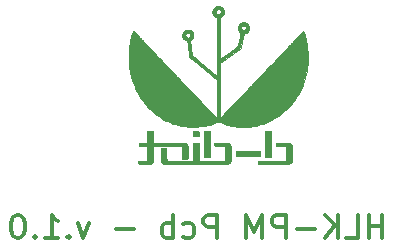
<source format=gbo>
G04 #@! TF.GenerationSoftware,KiCad,Pcbnew,5.1.12-84ad8e8a86~92~ubuntu20.04.1*
G04 #@! TF.CreationDate,2022-01-09T16:30:32+01:00*
G04 #@! TF.ProjectId,hlk-pm-pcb,686c6b2d-706d-42d7-9063-622e6b696361,1.0*
G04 #@! TF.SameCoordinates,Original*
G04 #@! TF.FileFunction,Legend,Bot*
G04 #@! TF.FilePolarity,Positive*
%FSLAX46Y46*%
G04 Gerber Fmt 4.6, Leading zero omitted, Abs format (unit mm)*
G04 Created by KiCad (PCBNEW 5.1.12-84ad8e8a86~92~ubuntu20.04.1) date 2022-01-09 16:30:32*
%MOMM*%
%LPD*%
G01*
G04 APERTURE LIST*
%ADD10C,0.300000*%
%ADD11C,0.010000*%
G04 APERTURE END LIST*
D10*
X126410666Y-82184761D02*
X126410666Y-80184761D01*
X126410666Y-81137142D02*
X125267809Y-81137142D01*
X125267809Y-82184761D02*
X125267809Y-80184761D01*
X123363047Y-82184761D02*
X124315428Y-82184761D01*
X124315428Y-80184761D01*
X122696380Y-82184761D02*
X122696380Y-80184761D01*
X121553523Y-82184761D02*
X122410666Y-81041904D01*
X121553523Y-80184761D02*
X122696380Y-81327619D01*
X120696380Y-81422857D02*
X119172571Y-81422857D01*
X118220190Y-82184761D02*
X118220190Y-80184761D01*
X117458285Y-80184761D01*
X117267809Y-80280000D01*
X117172571Y-80375238D01*
X117077333Y-80565714D01*
X117077333Y-80851428D01*
X117172571Y-81041904D01*
X117267809Y-81137142D01*
X117458285Y-81232380D01*
X118220190Y-81232380D01*
X116220190Y-82184761D02*
X116220190Y-80184761D01*
X115553523Y-81613333D01*
X114886857Y-80184761D01*
X114886857Y-82184761D01*
X112410666Y-82184761D02*
X112410666Y-80184761D01*
X111648761Y-80184761D01*
X111458285Y-80280000D01*
X111363047Y-80375238D01*
X111267809Y-80565714D01*
X111267809Y-80851428D01*
X111363047Y-81041904D01*
X111458285Y-81137142D01*
X111648761Y-81232380D01*
X112410666Y-81232380D01*
X109553523Y-82089523D02*
X109744000Y-82184761D01*
X110124952Y-82184761D01*
X110315428Y-82089523D01*
X110410666Y-81994285D01*
X110505904Y-81803809D01*
X110505904Y-81232380D01*
X110410666Y-81041904D01*
X110315428Y-80946666D01*
X110124952Y-80851428D01*
X109744000Y-80851428D01*
X109553523Y-80946666D01*
X108696380Y-82184761D02*
X108696380Y-80184761D01*
X108696380Y-80946666D02*
X108505904Y-80851428D01*
X108124952Y-80851428D01*
X107934476Y-80946666D01*
X107839238Y-81041904D01*
X107744000Y-81232380D01*
X107744000Y-81803809D01*
X107839238Y-81994285D01*
X107934476Y-82089523D01*
X108124952Y-82184761D01*
X108505904Y-82184761D01*
X108696380Y-82089523D01*
X105363047Y-81422857D02*
X103839238Y-81422857D01*
X101553523Y-80851428D02*
X101077333Y-82184761D01*
X100601142Y-80851428D01*
X99839238Y-81994285D02*
X99744000Y-82089523D01*
X99839238Y-82184761D01*
X99934476Y-82089523D01*
X99839238Y-81994285D01*
X99839238Y-82184761D01*
X97839238Y-82184761D02*
X98982095Y-82184761D01*
X98410666Y-82184761D02*
X98410666Y-80184761D01*
X98601142Y-80470476D01*
X98791619Y-80660952D01*
X98982095Y-80756190D01*
X96982095Y-81994285D02*
X96886857Y-82089523D01*
X96982095Y-82184761D01*
X97077333Y-82089523D01*
X96982095Y-81994285D01*
X96982095Y-82184761D01*
X95648761Y-80184761D02*
X95458285Y-80184761D01*
X95267809Y-80280000D01*
X95172571Y-80375238D01*
X95077333Y-80565714D01*
X94982095Y-80946666D01*
X94982095Y-81422857D01*
X95077333Y-81803809D01*
X95172571Y-81994285D01*
X95267809Y-82089523D01*
X95458285Y-82184761D01*
X95648761Y-82184761D01*
X95839238Y-82089523D01*
X95934476Y-81994285D01*
X96029714Y-81803809D01*
X96124952Y-81422857D01*
X96124952Y-80946666D01*
X96029714Y-80565714D01*
X95934476Y-80375238D01*
X95839238Y-80280000D01*
X95648761Y-80184761D01*
D11*
G36*
X112467599Y-62513434D02*
G01*
X112440116Y-62515468D01*
X112417297Y-62518693D01*
X112416099Y-62518929D01*
X112359928Y-62533521D01*
X112306782Y-62553985D01*
X112257002Y-62579974D01*
X112210929Y-62611143D01*
X112168905Y-62647146D01*
X112131270Y-62687639D01*
X112098366Y-62732277D01*
X112070534Y-62780713D01*
X112048114Y-62832602D01*
X112031448Y-62887599D01*
X112025759Y-62914107D01*
X112022258Y-62939570D01*
X112020195Y-62969445D01*
X112019572Y-63001525D01*
X112020390Y-63033604D01*
X112022650Y-63063473D01*
X112025645Y-63085133D01*
X112038960Y-63141425D01*
X112058222Y-63194733D01*
X112083153Y-63244753D01*
X112113478Y-63291177D01*
X112148920Y-63333701D01*
X112189204Y-63372019D01*
X112234053Y-63405824D01*
X112283192Y-63434811D01*
X112336344Y-63458675D01*
X112374680Y-63471831D01*
X112395000Y-63477987D01*
X112395849Y-65953076D01*
X112395901Y-66118925D01*
X112395943Y-66279518D01*
X112395974Y-66434798D01*
X112395995Y-66584711D01*
X112396005Y-66729200D01*
X112396005Y-66868210D01*
X112395995Y-67001683D01*
X112395974Y-67129566D01*
X112395943Y-67251801D01*
X112395902Y-67368333D01*
X112395850Y-67479107D01*
X112395789Y-67584065D01*
X112395717Y-67683152D01*
X112395636Y-67776313D01*
X112395545Y-67863491D01*
X112395443Y-67944631D01*
X112395332Y-68019676D01*
X112395212Y-68088572D01*
X112395081Y-68151261D01*
X112394941Y-68207688D01*
X112394791Y-68257798D01*
X112394632Y-68301533D01*
X112394463Y-68338839D01*
X112394285Y-68369660D01*
X112394097Y-68393939D01*
X112393900Y-68411621D01*
X112393694Y-68422650D01*
X112393479Y-68426970D01*
X112393446Y-68427036D01*
X112390633Y-68424822D01*
X112382777Y-68418437D01*
X112370052Y-68408025D01*
X112352635Y-68393733D01*
X112330701Y-68375706D01*
X112304427Y-68354087D01*
X112273988Y-68329024D01*
X112239560Y-68300660D01*
X112201319Y-68269141D01*
X112159441Y-68234611D01*
X112114102Y-68197217D01*
X112065478Y-68157103D01*
X112013744Y-68114414D01*
X111959077Y-68069295D01*
X111901652Y-68021892D01*
X111841645Y-67972349D01*
X111779233Y-67920812D01*
X111714591Y-67867425D01*
X111647895Y-67812335D01*
X111579320Y-67755686D01*
X111509044Y-67697622D01*
X111437241Y-67638290D01*
X111364087Y-67577834D01*
X111351446Y-67567387D01*
X111278063Y-67506736D01*
X111205995Y-67447174D01*
X111135418Y-67388845D01*
X111066510Y-67331896D01*
X110999445Y-67276473D01*
X110934401Y-67222719D01*
X110871553Y-67170782D01*
X110811078Y-67120807D01*
X110753151Y-67072939D01*
X110697949Y-67027324D01*
X110645649Y-66984108D01*
X110596425Y-66943435D01*
X110550456Y-66905452D01*
X110507915Y-66870305D01*
X110468981Y-66838138D01*
X110433829Y-66809097D01*
X110402634Y-66783329D01*
X110375575Y-66760978D01*
X110352825Y-66742190D01*
X110334563Y-66727110D01*
X110320963Y-66715885D01*
X110312202Y-66708660D01*
X110308457Y-66705580D01*
X110308333Y-66705480D01*
X110307260Y-66701655D01*
X110305309Y-66691161D01*
X110302480Y-66673993D01*
X110298771Y-66650149D01*
X110294183Y-66619625D01*
X110288714Y-66582417D01*
X110282364Y-66538521D01*
X110275133Y-66487935D01*
X110267020Y-66430654D01*
X110258025Y-66366675D01*
X110248147Y-66295994D01*
X110237385Y-66218608D01*
X110225740Y-66134513D01*
X110215775Y-66062317D01*
X110206820Y-65997321D01*
X110198124Y-65934139D01*
X110189732Y-65873095D01*
X110181687Y-65814516D01*
X110174035Y-65758726D01*
X110166820Y-65706052D01*
X110160085Y-65656819D01*
X110153876Y-65611351D01*
X110148237Y-65569975D01*
X110143212Y-65533016D01*
X110138846Y-65500800D01*
X110135183Y-65473651D01*
X110132267Y-65451896D01*
X110130143Y-65435860D01*
X110128855Y-65425868D01*
X110128448Y-65422245D01*
X110128452Y-65422237D01*
X110131648Y-65420705D01*
X110139634Y-65416789D01*
X110151131Y-65411120D01*
X110162178Y-65405653D01*
X110209547Y-65378530D01*
X110252692Y-65346457D01*
X110291409Y-65309941D01*
X110325490Y-65269487D01*
X110354729Y-65225601D01*
X110378920Y-65178788D01*
X110397856Y-65129553D01*
X110411331Y-65078403D01*
X110419137Y-65025842D01*
X110421070Y-64972375D01*
X110420909Y-64970281D01*
X110153237Y-64970281D01*
X110153187Y-64998108D01*
X110150297Y-65024349D01*
X110145223Y-65044744D01*
X110130175Y-65078659D01*
X110109706Y-65109532D01*
X110084587Y-65136559D01*
X110055586Y-65158936D01*
X110023476Y-65175861D01*
X110017134Y-65178376D01*
X109981031Y-65188515D01*
X109944653Y-65191901D01*
X109908188Y-65188527D01*
X109884770Y-65182781D01*
X109850242Y-65168845D01*
X109819305Y-65149579D01*
X109792441Y-65125628D01*
X109770131Y-65097639D01*
X109752856Y-65066257D01*
X109741098Y-65032129D01*
X109735339Y-64995901D01*
X109734823Y-64981531D01*
X109737833Y-64945060D01*
X109747068Y-64911028D01*
X109762631Y-64879198D01*
X109784622Y-64849334D01*
X109797182Y-64835934D01*
X109826189Y-64811031D01*
X109856800Y-64792628D01*
X109889450Y-64780557D01*
X109924574Y-64774648D01*
X109954906Y-64774249D01*
X109991465Y-64779280D01*
X110026008Y-64790439D01*
X110057868Y-64807214D01*
X110086377Y-64829095D01*
X110110867Y-64855572D01*
X110130669Y-64886132D01*
X110144845Y-64919434D01*
X110150454Y-64943259D01*
X110153237Y-64970281D01*
X110420909Y-64970281D01*
X110416921Y-64918510D01*
X110406486Y-64864750D01*
X110396704Y-64831501D01*
X110375657Y-64778901D01*
X110349067Y-64729957D01*
X110317277Y-64684971D01*
X110280630Y-64644244D01*
X110239466Y-64608079D01*
X110194129Y-64576777D01*
X110144960Y-64550640D01*
X110092302Y-64529971D01*
X110038518Y-64515495D01*
X110011023Y-64511132D01*
X109979227Y-64508493D01*
X109945283Y-64507580D01*
X109911340Y-64508393D01*
X109879549Y-64510933D01*
X109852062Y-64515200D01*
X109850975Y-64515430D01*
X109794417Y-64530819D01*
X109741382Y-64551876D01*
X109692140Y-64578330D01*
X109646962Y-64609910D01*
X109606118Y-64646346D01*
X109569879Y-64687367D01*
X109538515Y-64732702D01*
X109512297Y-64782082D01*
X109491494Y-64835234D01*
X109476803Y-64889874D01*
X109472851Y-64914649D01*
X109470295Y-64943941D01*
X109469157Y-64975637D01*
X109469459Y-65007619D01*
X109471223Y-65037775D01*
X109474470Y-65063989D01*
X109474965Y-65066793D01*
X109488369Y-65121681D01*
X109507742Y-65173791D01*
X109532721Y-65222745D01*
X109562943Y-65268168D01*
X109598045Y-65309684D01*
X109637665Y-65346917D01*
X109681437Y-65379491D01*
X109729000Y-65407030D01*
X109779991Y-65429158D01*
X109834045Y-65445499D01*
X109842708Y-65447497D01*
X109857094Y-65450464D01*
X109869934Y-65452732D01*
X109879071Y-65453933D01*
X109880949Y-65454033D01*
X109887099Y-65455047D01*
X109890326Y-65459243D01*
X109892031Y-65466807D01*
X109892693Y-65471381D01*
X109894234Y-65482341D01*
X109896609Y-65499362D01*
X109899774Y-65522120D01*
X109903684Y-65550289D01*
X109908293Y-65583545D01*
X109913557Y-65621564D01*
X109919431Y-65664022D01*
X109925870Y-65710593D01*
X109932829Y-65760953D01*
X109940263Y-65814778D01*
X109948128Y-65871742D01*
X109956379Y-65931523D01*
X109964970Y-65993794D01*
X109973857Y-66058231D01*
X109982995Y-66124510D01*
X109987193Y-66154970D01*
X109996418Y-66221807D01*
X110005422Y-66286853D01*
X110014158Y-66349790D01*
X110022583Y-66410300D01*
X110030651Y-66468065D01*
X110038317Y-66522768D01*
X110045536Y-66574090D01*
X110052263Y-66621714D01*
X110058453Y-66665323D01*
X110064061Y-66704598D01*
X110069042Y-66739221D01*
X110073351Y-66768875D01*
X110076942Y-66793243D01*
X110079772Y-66812005D01*
X110081794Y-66824846D01*
X110082964Y-66831445D01*
X110083209Y-66832304D01*
X110085989Y-66834564D01*
X110093823Y-66841003D01*
X110106544Y-66851481D01*
X110123986Y-66865862D01*
X110145982Y-66884007D01*
X110172365Y-66905779D01*
X110202969Y-66931041D01*
X110237627Y-66959653D01*
X110276173Y-66991480D01*
X110318439Y-67026383D01*
X110364259Y-67064224D01*
X110413466Y-67104866D01*
X110465893Y-67148172D01*
X110521375Y-67194002D01*
X110579744Y-67242221D01*
X110640833Y-67292689D01*
X110704476Y-67345270D01*
X110770507Y-67399826D01*
X110838757Y-67456219D01*
X110909062Y-67514311D01*
X110981253Y-67573965D01*
X111055165Y-67635042D01*
X111130631Y-67697407D01*
X111207484Y-67760919D01*
X111241411Y-67788958D01*
X112396693Y-68743743D01*
X112396693Y-70372421D01*
X112396687Y-70485166D01*
X112396669Y-70595278D01*
X112396639Y-70702583D01*
X112396597Y-70806906D01*
X112396545Y-70908073D01*
X112396481Y-71005909D01*
X112396407Y-71100239D01*
X112396323Y-71190889D01*
X112396229Y-71277683D01*
X112396126Y-71360449D01*
X112396013Y-71439010D01*
X112395891Y-71513193D01*
X112395761Y-71582822D01*
X112395623Y-71647724D01*
X112395476Y-71707723D01*
X112395322Y-71762645D01*
X112395161Y-71812316D01*
X112394993Y-71856560D01*
X112394818Y-71895204D01*
X112394636Y-71928072D01*
X112394449Y-71954991D01*
X112394256Y-71975784D01*
X112394058Y-71990279D01*
X112393854Y-71998300D01*
X112393706Y-71999969D01*
X112390508Y-71997154D01*
X112383723Y-71990170D01*
X112374222Y-71979946D01*
X112362877Y-71967411D01*
X112357688Y-71961587D01*
X112339663Y-71941432D01*
X112320667Y-71920555D01*
X112300394Y-71898641D01*
X112278532Y-71875373D01*
X112254775Y-71850435D01*
X112228813Y-71823513D01*
X112200338Y-71794288D01*
X112169040Y-71762447D01*
X112134612Y-71727672D01*
X112096743Y-71689648D01*
X112055127Y-71648059D01*
X112009453Y-71602589D01*
X111959413Y-71552922D01*
X111925803Y-71519627D01*
X111657258Y-71253773D01*
X109692742Y-69189600D01*
X109588827Y-69080413D01*
X109483222Y-68969452D01*
X109376135Y-68856936D01*
X109267777Y-68743084D01*
X109158355Y-68628115D01*
X109048079Y-68512249D01*
X108937156Y-68395705D01*
X108825796Y-68278702D01*
X108714207Y-68161459D01*
X108602598Y-68044196D01*
X108491178Y-67927132D01*
X108380155Y-67810486D01*
X108269738Y-67694477D01*
X108160136Y-67579326D01*
X108051558Y-67465250D01*
X107944211Y-67352469D01*
X107838306Y-67241203D01*
X107734050Y-67131671D01*
X107631652Y-67024092D01*
X107531322Y-66918685D01*
X107433267Y-66815669D01*
X107337696Y-66715265D01*
X107244818Y-66617690D01*
X107154843Y-66523165D01*
X107067977Y-66431909D01*
X106984431Y-66344140D01*
X106904413Y-66260079D01*
X106828131Y-66179944D01*
X106755795Y-66103955D01*
X106687612Y-66032330D01*
X106623792Y-65965290D01*
X106595360Y-65935423D01*
X106522644Y-65859038D01*
X106451018Y-65783796D01*
X106380630Y-65709851D01*
X106311624Y-65637355D01*
X106244146Y-65566462D01*
X106178343Y-65497326D01*
X106114360Y-65430099D01*
X106052344Y-65364936D01*
X105992439Y-65301989D01*
X105934793Y-65241413D01*
X105879551Y-65183359D01*
X105826858Y-65127982D01*
X105776862Y-65075436D01*
X105729708Y-65025873D01*
X105685541Y-64979446D01*
X105644508Y-64936310D01*
X105606755Y-64896617D01*
X105572427Y-64860522D01*
X105541671Y-64828177D01*
X105514632Y-64799735D01*
X105491456Y-64775351D01*
X105472290Y-64755177D01*
X105457279Y-64739366D01*
X105446569Y-64728074D01*
X105440306Y-64721451D01*
X105438838Y-64719885D01*
X105420796Y-64701158D01*
X105402807Y-64683849D01*
X105385716Y-64668668D01*
X105370373Y-64656330D01*
X105357624Y-64647546D01*
X105348317Y-64643030D01*
X105347050Y-64642721D01*
X105329614Y-64641857D01*
X105313781Y-64646390D01*
X105299091Y-64656651D01*
X105285086Y-64672975D01*
X105271305Y-64695693D01*
X105269677Y-64698802D01*
X105257118Y-64725060D01*
X105243283Y-64757609D01*
X105228290Y-64796111D01*
X105212260Y-64840229D01*
X105195313Y-64889627D01*
X105177569Y-64943966D01*
X105159149Y-65002911D01*
X105147647Y-65040933D01*
X105137873Y-65073862D01*
X105129654Y-65102245D01*
X105122678Y-65127420D01*
X105116632Y-65150725D01*
X105111202Y-65173496D01*
X105106076Y-65197070D01*
X105100941Y-65222784D01*
X105095483Y-65251975D01*
X105089390Y-65285980D01*
X105086696Y-65301279D01*
X105049762Y-65525062D01*
X105018222Y-65744848D01*
X104992070Y-65960729D01*
X104971301Y-66172797D01*
X104955908Y-66381146D01*
X104945885Y-66585867D01*
X104941227Y-66787052D01*
X104941929Y-66984794D01*
X104947983Y-67179185D01*
X104958075Y-67352333D01*
X104975887Y-67554587D01*
X105000304Y-67755743D01*
X105031269Y-67955634D01*
X105068723Y-68154092D01*
X105112609Y-68350952D01*
X105162870Y-68546045D01*
X105219446Y-68739205D01*
X105282281Y-68930265D01*
X105351318Y-69119058D01*
X105426497Y-69305417D01*
X105507761Y-69489174D01*
X105595053Y-69670164D01*
X105688315Y-69848218D01*
X105787489Y-70023170D01*
X105892517Y-70194852D01*
X105995253Y-70351227D01*
X106109560Y-70513764D01*
X106228058Y-70671125D01*
X106350698Y-70823264D01*
X106477430Y-70970131D01*
X106608202Y-71111681D01*
X106742966Y-71247866D01*
X106881670Y-71378637D01*
X107024264Y-71503949D01*
X107170698Y-71623753D01*
X107320922Y-71738002D01*
X107474885Y-71846649D01*
X107632538Y-71949646D01*
X107793829Y-72046946D01*
X107794213Y-72047169D01*
X107940967Y-72128870D01*
X108091357Y-72206244D01*
X108244559Y-72278938D01*
X108399752Y-72346601D01*
X108556113Y-72408879D01*
X108712819Y-72465419D01*
X108869048Y-72515870D01*
X108928746Y-72533552D01*
X109057646Y-72569224D01*
X109184236Y-72601072D01*
X109309593Y-72629277D01*
X109434790Y-72654022D01*
X109560904Y-72675489D01*
X109689009Y-72693861D01*
X109820180Y-72709319D01*
X109955492Y-72722046D01*
X110096020Y-72732223D01*
X110103920Y-72732712D01*
X110124991Y-72733737D01*
X110151955Y-72734620D01*
X110183933Y-72735361D01*
X110220045Y-72735960D01*
X110259414Y-72736418D01*
X110301159Y-72736733D01*
X110344402Y-72736906D01*
X110388265Y-72736938D01*
X110431867Y-72736826D01*
X110474330Y-72736573D01*
X110514774Y-72736177D01*
X110552322Y-72735638D01*
X110586094Y-72734957D01*
X110615210Y-72734132D01*
X110638793Y-72733165D01*
X110645786Y-72732780D01*
X110777032Y-72723924D01*
X110904511Y-72713295D01*
X111029694Y-72700710D01*
X111154047Y-72685985D01*
X111279040Y-72668937D01*
X111406139Y-72649384D01*
X111536815Y-72627142D01*
X111631306Y-72609855D01*
X111676282Y-72601041D01*
X111719612Y-72591744D01*
X111761844Y-72581762D01*
X111803530Y-72570899D01*
X111845219Y-72558953D01*
X111887461Y-72545727D01*
X111930806Y-72531021D01*
X111975804Y-72514637D01*
X112023004Y-72496375D01*
X112072957Y-72476037D01*
X112126212Y-72453422D01*
X112183320Y-72428334D01*
X112244829Y-72400571D01*
X112311291Y-72369936D01*
X112369665Y-72342628D01*
X112397269Y-72329659D01*
X112423517Y-72317355D01*
X112447650Y-72306072D01*
X112468907Y-72296162D01*
X112486526Y-72287981D01*
X112499749Y-72281883D01*
X112507813Y-72278223D01*
X112509019Y-72277694D01*
X112524825Y-72270874D01*
X112580139Y-72296978D01*
X112738177Y-72367836D01*
X112899345Y-72432762D01*
X113063417Y-72491707D01*
X113230163Y-72544622D01*
X113399358Y-72591458D01*
X113570773Y-72632166D01*
X113744182Y-72666695D01*
X113919356Y-72694998D01*
X114096068Y-72717025D01*
X114274090Y-72732727D01*
X114453196Y-72742054D01*
X114633158Y-72744957D01*
X114650520Y-72744896D01*
X114680319Y-72744718D01*
X114709100Y-72744507D01*
X114735886Y-72744273D01*
X114759700Y-72744025D01*
X114779568Y-72743774D01*
X114794513Y-72743530D01*
X114802920Y-72743326D01*
X114990118Y-72733679D01*
X115176509Y-72717371D01*
X115361903Y-72694438D01*
X115546112Y-72664919D01*
X115728946Y-72628850D01*
X115910215Y-72586268D01*
X116089731Y-72537212D01*
X116267303Y-72481719D01*
X116442742Y-72419825D01*
X116443763Y-72419444D01*
X116613575Y-72352403D01*
X116781367Y-72278946D01*
X116946987Y-72199167D01*
X117110285Y-72113162D01*
X117271111Y-72021023D01*
X117429314Y-71922847D01*
X117584742Y-71818725D01*
X117737247Y-71708754D01*
X117886676Y-71593028D01*
X118032880Y-71471639D01*
X118175708Y-71344684D01*
X118208213Y-71314568D01*
X118229346Y-71294570D01*
X118254103Y-71270693D01*
X118281662Y-71243764D01*
X118311197Y-71214610D01*
X118341888Y-71184058D01*
X118372910Y-71152936D01*
X118403439Y-71122071D01*
X118432653Y-71092288D01*
X118459729Y-71064416D01*
X118483843Y-71039282D01*
X118504171Y-71017712D01*
X118510230Y-71011169D01*
X118642881Y-70862074D01*
X118770397Y-70708633D01*
X118892662Y-70551031D01*
X119009558Y-70389455D01*
X119120967Y-70224092D01*
X119226771Y-70055128D01*
X119326852Y-69882749D01*
X119421094Y-69707143D01*
X119509378Y-69528496D01*
X119591588Y-69346995D01*
X119654300Y-69196373D01*
X119725560Y-69009211D01*
X119790678Y-68819344D01*
X119849644Y-68626949D01*
X119902444Y-68432204D01*
X119949068Y-68235285D01*
X119989502Y-68036370D01*
X120023736Y-67835635D01*
X120051758Y-67633259D01*
X120073555Y-67429418D01*
X120089116Y-67224290D01*
X120098428Y-67018051D01*
X120101481Y-66810879D01*
X120098262Y-66602951D01*
X120088759Y-66394445D01*
X120072961Y-66185537D01*
X120050855Y-65976405D01*
X120022431Y-65767226D01*
X119987674Y-65558176D01*
X119946575Y-65349435D01*
X119919900Y-65228893D01*
X119910717Y-65189743D01*
X119900783Y-65148699D01*
X119890264Y-65106368D01*
X119879329Y-65063355D01*
X119868142Y-65020266D01*
X119856873Y-64977706D01*
X119845686Y-64936282D01*
X119834750Y-64896598D01*
X119824231Y-64859261D01*
X119814296Y-64824876D01*
X119805113Y-64794049D01*
X119796847Y-64767386D01*
X119789666Y-64745492D01*
X119783737Y-64728972D01*
X119779233Y-64718447D01*
X119764714Y-64696574D01*
X119746595Y-64680267D01*
X119725481Y-64669786D01*
X119701980Y-64665390D01*
X119676697Y-64667338D01*
X119665941Y-64670036D01*
X119646558Y-64678095D01*
X119625468Y-64691217D01*
X119602434Y-64709613D01*
X119577217Y-64733490D01*
X119549581Y-64763057D01*
X119519289Y-64798524D01*
X119517680Y-64800480D01*
X119511468Y-64807652D01*
X119500830Y-64819449D01*
X119486020Y-64835602D01*
X119467294Y-64855840D01*
X119444904Y-64879893D01*
X119419107Y-64907490D01*
X119390156Y-64938361D01*
X119358306Y-64972235D01*
X119323810Y-65008843D01*
X119286925Y-65047914D01*
X119247904Y-65089177D01*
X119207001Y-65132362D01*
X119164471Y-65177200D01*
X119120569Y-65223418D01*
X119075548Y-65270748D01*
X119037999Y-65310173D01*
X119011022Y-65338481D01*
X118979540Y-65371518D01*
X118943719Y-65409108D01*
X118903726Y-65451077D01*
X118859727Y-65497250D01*
X118811889Y-65547451D01*
X118760379Y-65601506D01*
X118705364Y-65659240D01*
X118647011Y-65720477D01*
X118585485Y-65785043D01*
X118520955Y-65852763D01*
X118453587Y-65923461D01*
X118383546Y-65996963D01*
X118311002Y-66073094D01*
X118236119Y-66151678D01*
X118159065Y-66232541D01*
X118080006Y-66315508D01*
X117999110Y-66400403D01*
X117916543Y-66487053D01*
X117832471Y-66575281D01*
X117747062Y-66664912D01*
X117660483Y-66755773D01*
X117572899Y-66847687D01*
X117484478Y-66940480D01*
X117395387Y-67033976D01*
X117305792Y-67128002D01*
X117215859Y-67222381D01*
X117125757Y-67316939D01*
X117035651Y-67411500D01*
X116983923Y-67465787D01*
X116824583Y-67633007D01*
X116669842Y-67795400D01*
X116519625Y-67953046D01*
X116373860Y-68106020D01*
X116232471Y-68254400D01*
X116095386Y-68398263D01*
X115962531Y-68537688D01*
X115833832Y-68672752D01*
X115709214Y-68803532D01*
X115588605Y-68930105D01*
X115471930Y-69052549D01*
X115359116Y-69170941D01*
X115250089Y-69285360D01*
X115144774Y-69395882D01*
X115043098Y-69502584D01*
X114944988Y-69605545D01*
X114850369Y-69704842D01*
X114759168Y-69800552D01*
X114671311Y-69892753D01*
X114586723Y-69981522D01*
X114505332Y-70066936D01*
X114427064Y-70149073D01*
X114351843Y-70228011D01*
X114279598Y-70303827D01*
X114210254Y-70376599D01*
X114143736Y-70446403D01*
X114079972Y-70513318D01*
X114018888Y-70577420D01*
X113960409Y-70638788D01*
X113904462Y-70697499D01*
X113850973Y-70753630D01*
X113799868Y-70807258D01*
X113751074Y-70858462D01*
X113704516Y-70907318D01*
X113660121Y-70953904D01*
X113617815Y-70998298D01*
X113577524Y-71040577D01*
X113539175Y-71080819D01*
X113502693Y-71119100D01*
X113468005Y-71155498D01*
X113435036Y-71190092D01*
X113403714Y-71222958D01*
X113373964Y-71254173D01*
X113345712Y-71283816D01*
X113318885Y-71311963D01*
X113293409Y-71338693D01*
X113269210Y-71364082D01*
X113246214Y-71388208D01*
X113224347Y-71411149D01*
X113203536Y-71432982D01*
X113183707Y-71453784D01*
X113164785Y-71473633D01*
X113146698Y-71492607D01*
X113129371Y-71510782D01*
X113112730Y-71528237D01*
X113096702Y-71545049D01*
X113081213Y-71561294D01*
X113066189Y-71577052D01*
X113051556Y-71592398D01*
X113037241Y-71607411D01*
X113033837Y-71610981D01*
X112985851Y-71661348D01*
X112942344Y-71707109D01*
X112903078Y-71748522D01*
X112867813Y-71785843D01*
X112836312Y-71819329D01*
X112808337Y-71849235D01*
X112783650Y-71875818D01*
X112762012Y-71899335D01*
X112743185Y-71920041D01*
X112726932Y-71938194D01*
X112713013Y-71954050D01*
X112701191Y-71967865D01*
X112691783Y-71979212D01*
X112677115Y-71997116D01*
X112663803Y-72013147D01*
X112652453Y-72026591D01*
X112643672Y-72036736D01*
X112638068Y-72042867D01*
X112636300Y-72044405D01*
X112636110Y-72041072D01*
X112635929Y-72031212D01*
X112635756Y-72015075D01*
X112635592Y-71992907D01*
X112635435Y-71964956D01*
X112635287Y-71931470D01*
X112635147Y-71892696D01*
X112635015Y-71848882D01*
X112634890Y-71800275D01*
X112634774Y-71747124D01*
X112634666Y-71689675D01*
X112634566Y-71628177D01*
X112634473Y-71562877D01*
X112634388Y-71494022D01*
X112634311Y-71421860D01*
X112634242Y-71346639D01*
X112634180Y-71268606D01*
X112634126Y-71188009D01*
X112634080Y-71105096D01*
X112634041Y-71020114D01*
X112634009Y-70933311D01*
X112633985Y-70844934D01*
X112633968Y-70755231D01*
X112633959Y-70664449D01*
X112633957Y-70572837D01*
X112633962Y-70480641D01*
X112633974Y-70388110D01*
X112633993Y-70295491D01*
X112634020Y-70203031D01*
X112634053Y-70110979D01*
X112634094Y-70019581D01*
X112634141Y-69929086D01*
X112634196Y-69839741D01*
X112634257Y-69751793D01*
X112634325Y-69665491D01*
X112634400Y-69581081D01*
X112634482Y-69498812D01*
X112634570Y-69418931D01*
X112634665Y-69341686D01*
X112634766Y-69267323D01*
X112634875Y-69196092D01*
X112634989Y-69128239D01*
X112635110Y-69064012D01*
X112635238Y-69003659D01*
X112635371Y-68947426D01*
X112635511Y-68895563D01*
X112635658Y-68848316D01*
X112635810Y-68805934D01*
X112635969Y-68768663D01*
X112636134Y-68736751D01*
X112636305Y-68710446D01*
X112636482Y-68689996D01*
X112636665Y-68675647D01*
X112636854Y-68667649D01*
X112636925Y-68666360D01*
X112637900Y-68650945D01*
X112638064Y-68638691D01*
X112637422Y-68631009D01*
X112636760Y-68629276D01*
X112636436Y-68625583D01*
X112636124Y-68615402D01*
X112635825Y-68599018D01*
X112635541Y-68576717D01*
X112635273Y-68548783D01*
X112635022Y-68515503D01*
X112634791Y-68477161D01*
X112634579Y-68434043D01*
X112634388Y-68386434D01*
X112634220Y-68334619D01*
X112634076Y-68278883D01*
X112633958Y-68219513D01*
X112633866Y-68156792D01*
X112633801Y-68091007D01*
X112633766Y-68022443D01*
X112633760Y-67976779D01*
X112633760Y-67327499D01*
X114437160Y-66091099D01*
X114560612Y-65462747D01*
X114684065Y-64834396D01*
X114694386Y-64832952D01*
X114740822Y-64825359D01*
X114781931Y-64816141D01*
X114819058Y-64804836D01*
X114853549Y-64790981D01*
X114886750Y-64774114D01*
X114914680Y-64757244D01*
X114959501Y-64724375D01*
X114999866Y-64686607D01*
X115035462Y-64644396D01*
X115065980Y-64598200D01*
X115091109Y-64548476D01*
X115110537Y-64495680D01*
X115121391Y-64453347D01*
X115124750Y-64432327D01*
X115127218Y-64406683D01*
X115128727Y-64378512D01*
X115129061Y-64358520D01*
X114863583Y-64358520D01*
X114860329Y-64395002D01*
X114850880Y-64429658D01*
X114835703Y-64461880D01*
X114815266Y-64491057D01*
X114790038Y-64516578D01*
X114760486Y-64537835D01*
X114727078Y-64554217D01*
X114708617Y-64560524D01*
X114688948Y-64564383D01*
X114665266Y-64566075D01*
X114639951Y-64565671D01*
X114615382Y-64563239D01*
X114593941Y-64558852D01*
X114587866Y-64556955D01*
X114554402Y-64541857D01*
X114523960Y-64521322D01*
X114497347Y-64496148D01*
X114475369Y-64467129D01*
X114458833Y-64435061D01*
X114455551Y-64426396D01*
X114446349Y-64392200D01*
X114443372Y-64358984D01*
X114446497Y-64325362D01*
X114446640Y-64324574D01*
X114456324Y-64288727D01*
X114471250Y-64256340D01*
X114490777Y-64227691D01*
X114514266Y-64203057D01*
X114541077Y-64182716D01*
X114570570Y-64166946D01*
X114602105Y-64156024D01*
X114635043Y-64150228D01*
X114668744Y-64149836D01*
X114702568Y-64155125D01*
X114735875Y-64166373D01*
X114768025Y-64183858D01*
X114769151Y-64184607D01*
X114798735Y-64208129D01*
X114822814Y-64235511D01*
X114841623Y-64267024D01*
X114841650Y-64267080D01*
X114852665Y-64292663D01*
X114859553Y-64316075D01*
X114862946Y-64339961D01*
X114863583Y-64358520D01*
X115129061Y-64358520D01*
X115129206Y-64349913D01*
X115128585Y-64322983D01*
X115126795Y-64299821D01*
X115126558Y-64297861D01*
X115116283Y-64242551D01*
X115099841Y-64189526D01*
X115077544Y-64139231D01*
X115049703Y-64092114D01*
X115016631Y-64048620D01*
X114978640Y-64009194D01*
X114936041Y-63974284D01*
X114889146Y-63944336D01*
X114873507Y-63935987D01*
X114830397Y-63916118D01*
X114788456Y-63901406D01*
X114745723Y-63891347D01*
X114700233Y-63885431D01*
X114670840Y-63883662D01*
X114618323Y-63884106D01*
X114568930Y-63889788D01*
X114521167Y-63901023D01*
X114473536Y-63918129D01*
X114443827Y-63931621D01*
X114393764Y-63959650D01*
X114348363Y-63992534D01*
X114307786Y-64030065D01*
X114272194Y-64072035D01*
X114241748Y-64118239D01*
X114216609Y-64168468D01*
X114196939Y-64222515D01*
X114186609Y-64262065D01*
X114183671Y-64279655D01*
X114181348Y-64302114D01*
X114179704Y-64327557D01*
X114178801Y-64354100D01*
X114178705Y-64379862D01*
X114179478Y-64402959D01*
X114181185Y-64421507D01*
X114181211Y-64421694D01*
X114192264Y-64476876D01*
X114209296Y-64529837D01*
X114231982Y-64580061D01*
X114259994Y-64627031D01*
X114293004Y-64670231D01*
X114330686Y-64709143D01*
X114372711Y-64743252D01*
X114393913Y-64757503D01*
X114408457Y-64767207D01*
X114417434Y-64774561D01*
X114421420Y-64780067D01*
X114421745Y-64781853D01*
X114421096Y-64785853D01*
X114419202Y-64796153D01*
X114416131Y-64812409D01*
X114411949Y-64834276D01*
X114406723Y-64861410D01*
X114400521Y-64893466D01*
X114393410Y-64930100D01*
X114385457Y-64970966D01*
X114376728Y-65015721D01*
X114367292Y-65064020D01*
X114357214Y-65115518D01*
X114346563Y-65169870D01*
X114335405Y-65226732D01*
X114323807Y-65285759D01*
X114311837Y-65346608D01*
X114309205Y-65359974D01*
X114196706Y-65931321D01*
X113418480Y-66464874D01*
X113352896Y-66509830D01*
X113288756Y-66553782D01*
X113226286Y-66596573D01*
X113165710Y-66638052D01*
X113107253Y-66678065D01*
X113051141Y-66716457D01*
X112997600Y-66753074D01*
X112946853Y-66787764D01*
X112899127Y-66820373D01*
X112854647Y-66850745D01*
X112813637Y-66878729D01*
X112776323Y-66904170D01*
X112742930Y-66926914D01*
X112713684Y-66946808D01*
X112688809Y-66963697D01*
X112668531Y-66977429D01*
X112653075Y-66987849D01*
X112642666Y-66994804D01*
X112637529Y-66998140D01*
X112637004Y-66998427D01*
X112636748Y-66995051D01*
X112636506Y-66984971D01*
X112636277Y-66968254D01*
X112636061Y-66944968D01*
X112635858Y-66915182D01*
X112635668Y-66878964D01*
X112635491Y-66836382D01*
X112635328Y-66787505D01*
X112635178Y-66732400D01*
X112635042Y-66671136D01*
X112634920Y-66603782D01*
X112634811Y-66530405D01*
X112634717Y-66451074D01*
X112634636Y-66365856D01*
X112634570Y-66274821D01*
X112634517Y-66178037D01*
X112634479Y-66075571D01*
X112634455Y-65967492D01*
X112634446Y-65853869D01*
X112634451Y-65734769D01*
X112634471Y-65610261D01*
X112634505Y-65480413D01*
X112634555Y-65345293D01*
X112634603Y-65236739D01*
X112635453Y-63475051D01*
X112666684Y-63464240D01*
X112721078Y-63442009D01*
X112771404Y-63414371D01*
X112817721Y-63381291D01*
X112847401Y-63355248D01*
X112886077Y-63313980D01*
X112919078Y-63269523D01*
X112946403Y-63222383D01*
X112968053Y-63173064D01*
X112984028Y-63122073D01*
X112994327Y-63069913D01*
X112998950Y-63017092D01*
X112998620Y-63000467D01*
X112731973Y-63000467D01*
X112730711Y-63027103D01*
X112726518Y-63051217D01*
X112718785Y-63075311D01*
X112707670Y-63100331D01*
X112699049Y-63116462D01*
X112689717Y-63130310D01*
X112677977Y-63144166D01*
X112666217Y-63156295D01*
X112635705Y-63182238D01*
X112602785Y-63201964D01*
X112567830Y-63215366D01*
X112531215Y-63222337D01*
X112493312Y-63222768D01*
X112455960Y-63216905D01*
X112425187Y-63206578D01*
X112394679Y-63190809D01*
X112366234Y-63170751D01*
X112341649Y-63147562D01*
X112333911Y-63138445D01*
X112312665Y-63106443D01*
X112297452Y-63072074D01*
X112288326Y-63036105D01*
X112285342Y-62999299D01*
X112288554Y-62962422D01*
X112298017Y-62926240D01*
X112313785Y-62891516D01*
X112316020Y-62887626D01*
X112323411Y-62876841D01*
X112334060Y-62863531D01*
X112346254Y-62849772D01*
X112353304Y-62842460D01*
X112383057Y-62817274D01*
X112415743Y-62798152D01*
X112451048Y-62785226D01*
X112488660Y-62778623D01*
X112510146Y-62777733D01*
X112548263Y-62780953D01*
X112583838Y-62790363D01*
X112617113Y-62806068D01*
X112648329Y-62828170D01*
X112666306Y-62844681D01*
X112692023Y-62874697D01*
X112711320Y-62906814D01*
X112724271Y-62941204D01*
X112730947Y-62978042D01*
X112731973Y-63000467D01*
X112998620Y-63000467D01*
X112997898Y-62964113D01*
X112991170Y-62911481D01*
X112978766Y-62859703D01*
X112960686Y-62809284D01*
X112936930Y-62760728D01*
X112907498Y-62714540D01*
X112872389Y-62671227D01*
X112847518Y-62645796D01*
X112803546Y-62608549D01*
X112755947Y-62577003D01*
X112704861Y-62551234D01*
X112650430Y-62531315D01*
X112608998Y-62520583D01*
X112586471Y-62516898D01*
X112559183Y-62514325D01*
X112529018Y-62512879D01*
X112497862Y-62512577D01*
X112467599Y-62513434D01*
G37*
X112467599Y-62513434D02*
X112440116Y-62515468D01*
X112417297Y-62518693D01*
X112416099Y-62518929D01*
X112359928Y-62533521D01*
X112306782Y-62553985D01*
X112257002Y-62579974D01*
X112210929Y-62611143D01*
X112168905Y-62647146D01*
X112131270Y-62687639D01*
X112098366Y-62732277D01*
X112070534Y-62780713D01*
X112048114Y-62832602D01*
X112031448Y-62887599D01*
X112025759Y-62914107D01*
X112022258Y-62939570D01*
X112020195Y-62969445D01*
X112019572Y-63001525D01*
X112020390Y-63033604D01*
X112022650Y-63063473D01*
X112025645Y-63085133D01*
X112038960Y-63141425D01*
X112058222Y-63194733D01*
X112083153Y-63244753D01*
X112113478Y-63291177D01*
X112148920Y-63333701D01*
X112189204Y-63372019D01*
X112234053Y-63405824D01*
X112283192Y-63434811D01*
X112336344Y-63458675D01*
X112374680Y-63471831D01*
X112395000Y-63477987D01*
X112395849Y-65953076D01*
X112395901Y-66118925D01*
X112395943Y-66279518D01*
X112395974Y-66434798D01*
X112395995Y-66584711D01*
X112396005Y-66729200D01*
X112396005Y-66868210D01*
X112395995Y-67001683D01*
X112395974Y-67129566D01*
X112395943Y-67251801D01*
X112395902Y-67368333D01*
X112395850Y-67479107D01*
X112395789Y-67584065D01*
X112395717Y-67683152D01*
X112395636Y-67776313D01*
X112395545Y-67863491D01*
X112395443Y-67944631D01*
X112395332Y-68019676D01*
X112395212Y-68088572D01*
X112395081Y-68151261D01*
X112394941Y-68207688D01*
X112394791Y-68257798D01*
X112394632Y-68301533D01*
X112394463Y-68338839D01*
X112394285Y-68369660D01*
X112394097Y-68393939D01*
X112393900Y-68411621D01*
X112393694Y-68422650D01*
X112393479Y-68426970D01*
X112393446Y-68427036D01*
X112390633Y-68424822D01*
X112382777Y-68418437D01*
X112370052Y-68408025D01*
X112352635Y-68393733D01*
X112330701Y-68375706D01*
X112304427Y-68354087D01*
X112273988Y-68329024D01*
X112239560Y-68300660D01*
X112201319Y-68269141D01*
X112159441Y-68234611D01*
X112114102Y-68197217D01*
X112065478Y-68157103D01*
X112013744Y-68114414D01*
X111959077Y-68069295D01*
X111901652Y-68021892D01*
X111841645Y-67972349D01*
X111779233Y-67920812D01*
X111714591Y-67867425D01*
X111647895Y-67812335D01*
X111579320Y-67755686D01*
X111509044Y-67697622D01*
X111437241Y-67638290D01*
X111364087Y-67577834D01*
X111351446Y-67567387D01*
X111278063Y-67506736D01*
X111205995Y-67447174D01*
X111135418Y-67388845D01*
X111066510Y-67331896D01*
X110999445Y-67276473D01*
X110934401Y-67222719D01*
X110871553Y-67170782D01*
X110811078Y-67120807D01*
X110753151Y-67072939D01*
X110697949Y-67027324D01*
X110645649Y-66984108D01*
X110596425Y-66943435D01*
X110550456Y-66905452D01*
X110507915Y-66870305D01*
X110468981Y-66838138D01*
X110433829Y-66809097D01*
X110402634Y-66783329D01*
X110375575Y-66760978D01*
X110352825Y-66742190D01*
X110334563Y-66727110D01*
X110320963Y-66715885D01*
X110312202Y-66708660D01*
X110308457Y-66705580D01*
X110308333Y-66705480D01*
X110307260Y-66701655D01*
X110305309Y-66691161D01*
X110302480Y-66673993D01*
X110298771Y-66650149D01*
X110294183Y-66619625D01*
X110288714Y-66582417D01*
X110282364Y-66538521D01*
X110275133Y-66487935D01*
X110267020Y-66430654D01*
X110258025Y-66366675D01*
X110248147Y-66295994D01*
X110237385Y-66218608D01*
X110225740Y-66134513D01*
X110215775Y-66062317D01*
X110206820Y-65997321D01*
X110198124Y-65934139D01*
X110189732Y-65873095D01*
X110181687Y-65814516D01*
X110174035Y-65758726D01*
X110166820Y-65706052D01*
X110160085Y-65656819D01*
X110153876Y-65611351D01*
X110148237Y-65569975D01*
X110143212Y-65533016D01*
X110138846Y-65500800D01*
X110135183Y-65473651D01*
X110132267Y-65451896D01*
X110130143Y-65435860D01*
X110128855Y-65425868D01*
X110128448Y-65422245D01*
X110128452Y-65422237D01*
X110131648Y-65420705D01*
X110139634Y-65416789D01*
X110151131Y-65411120D01*
X110162178Y-65405653D01*
X110209547Y-65378530D01*
X110252692Y-65346457D01*
X110291409Y-65309941D01*
X110325490Y-65269487D01*
X110354729Y-65225601D01*
X110378920Y-65178788D01*
X110397856Y-65129553D01*
X110411331Y-65078403D01*
X110419137Y-65025842D01*
X110421070Y-64972375D01*
X110420909Y-64970281D01*
X110153237Y-64970281D01*
X110153187Y-64998108D01*
X110150297Y-65024349D01*
X110145223Y-65044744D01*
X110130175Y-65078659D01*
X110109706Y-65109532D01*
X110084587Y-65136559D01*
X110055586Y-65158936D01*
X110023476Y-65175861D01*
X110017134Y-65178376D01*
X109981031Y-65188515D01*
X109944653Y-65191901D01*
X109908188Y-65188527D01*
X109884770Y-65182781D01*
X109850242Y-65168845D01*
X109819305Y-65149579D01*
X109792441Y-65125628D01*
X109770131Y-65097639D01*
X109752856Y-65066257D01*
X109741098Y-65032129D01*
X109735339Y-64995901D01*
X109734823Y-64981531D01*
X109737833Y-64945060D01*
X109747068Y-64911028D01*
X109762631Y-64879198D01*
X109784622Y-64849334D01*
X109797182Y-64835934D01*
X109826189Y-64811031D01*
X109856800Y-64792628D01*
X109889450Y-64780557D01*
X109924574Y-64774648D01*
X109954906Y-64774249D01*
X109991465Y-64779280D01*
X110026008Y-64790439D01*
X110057868Y-64807214D01*
X110086377Y-64829095D01*
X110110867Y-64855572D01*
X110130669Y-64886132D01*
X110144845Y-64919434D01*
X110150454Y-64943259D01*
X110153237Y-64970281D01*
X110420909Y-64970281D01*
X110416921Y-64918510D01*
X110406486Y-64864750D01*
X110396704Y-64831501D01*
X110375657Y-64778901D01*
X110349067Y-64729957D01*
X110317277Y-64684971D01*
X110280630Y-64644244D01*
X110239466Y-64608079D01*
X110194129Y-64576777D01*
X110144960Y-64550640D01*
X110092302Y-64529971D01*
X110038518Y-64515495D01*
X110011023Y-64511132D01*
X109979227Y-64508493D01*
X109945283Y-64507580D01*
X109911340Y-64508393D01*
X109879549Y-64510933D01*
X109852062Y-64515200D01*
X109850975Y-64515430D01*
X109794417Y-64530819D01*
X109741382Y-64551876D01*
X109692140Y-64578330D01*
X109646962Y-64609910D01*
X109606118Y-64646346D01*
X109569879Y-64687367D01*
X109538515Y-64732702D01*
X109512297Y-64782082D01*
X109491494Y-64835234D01*
X109476803Y-64889874D01*
X109472851Y-64914649D01*
X109470295Y-64943941D01*
X109469157Y-64975637D01*
X109469459Y-65007619D01*
X109471223Y-65037775D01*
X109474470Y-65063989D01*
X109474965Y-65066793D01*
X109488369Y-65121681D01*
X109507742Y-65173791D01*
X109532721Y-65222745D01*
X109562943Y-65268168D01*
X109598045Y-65309684D01*
X109637665Y-65346917D01*
X109681437Y-65379491D01*
X109729000Y-65407030D01*
X109779991Y-65429158D01*
X109834045Y-65445499D01*
X109842708Y-65447497D01*
X109857094Y-65450464D01*
X109869934Y-65452732D01*
X109879071Y-65453933D01*
X109880949Y-65454033D01*
X109887099Y-65455047D01*
X109890326Y-65459243D01*
X109892031Y-65466807D01*
X109892693Y-65471381D01*
X109894234Y-65482341D01*
X109896609Y-65499362D01*
X109899774Y-65522120D01*
X109903684Y-65550289D01*
X109908293Y-65583545D01*
X109913557Y-65621564D01*
X109919431Y-65664022D01*
X109925870Y-65710593D01*
X109932829Y-65760953D01*
X109940263Y-65814778D01*
X109948128Y-65871742D01*
X109956379Y-65931523D01*
X109964970Y-65993794D01*
X109973857Y-66058231D01*
X109982995Y-66124510D01*
X109987193Y-66154970D01*
X109996418Y-66221807D01*
X110005422Y-66286853D01*
X110014158Y-66349790D01*
X110022583Y-66410300D01*
X110030651Y-66468065D01*
X110038317Y-66522768D01*
X110045536Y-66574090D01*
X110052263Y-66621714D01*
X110058453Y-66665323D01*
X110064061Y-66704598D01*
X110069042Y-66739221D01*
X110073351Y-66768875D01*
X110076942Y-66793243D01*
X110079772Y-66812005D01*
X110081794Y-66824846D01*
X110082964Y-66831445D01*
X110083209Y-66832304D01*
X110085989Y-66834564D01*
X110093823Y-66841003D01*
X110106544Y-66851481D01*
X110123986Y-66865862D01*
X110145982Y-66884007D01*
X110172365Y-66905779D01*
X110202969Y-66931041D01*
X110237627Y-66959653D01*
X110276173Y-66991480D01*
X110318439Y-67026383D01*
X110364259Y-67064224D01*
X110413466Y-67104866D01*
X110465893Y-67148172D01*
X110521375Y-67194002D01*
X110579744Y-67242221D01*
X110640833Y-67292689D01*
X110704476Y-67345270D01*
X110770507Y-67399826D01*
X110838757Y-67456219D01*
X110909062Y-67514311D01*
X110981253Y-67573965D01*
X111055165Y-67635042D01*
X111130631Y-67697407D01*
X111207484Y-67760919D01*
X111241411Y-67788958D01*
X112396693Y-68743743D01*
X112396693Y-70372421D01*
X112396687Y-70485166D01*
X112396669Y-70595278D01*
X112396639Y-70702583D01*
X112396597Y-70806906D01*
X112396545Y-70908073D01*
X112396481Y-71005909D01*
X112396407Y-71100239D01*
X112396323Y-71190889D01*
X112396229Y-71277683D01*
X112396126Y-71360449D01*
X112396013Y-71439010D01*
X112395891Y-71513193D01*
X112395761Y-71582822D01*
X112395623Y-71647724D01*
X112395476Y-71707723D01*
X112395322Y-71762645D01*
X112395161Y-71812316D01*
X112394993Y-71856560D01*
X112394818Y-71895204D01*
X112394636Y-71928072D01*
X112394449Y-71954991D01*
X112394256Y-71975784D01*
X112394058Y-71990279D01*
X112393854Y-71998300D01*
X112393706Y-71999969D01*
X112390508Y-71997154D01*
X112383723Y-71990170D01*
X112374222Y-71979946D01*
X112362877Y-71967411D01*
X112357688Y-71961587D01*
X112339663Y-71941432D01*
X112320667Y-71920555D01*
X112300394Y-71898641D01*
X112278532Y-71875373D01*
X112254775Y-71850435D01*
X112228813Y-71823513D01*
X112200338Y-71794288D01*
X112169040Y-71762447D01*
X112134612Y-71727672D01*
X112096743Y-71689648D01*
X112055127Y-71648059D01*
X112009453Y-71602589D01*
X111959413Y-71552922D01*
X111925803Y-71519627D01*
X111657258Y-71253773D01*
X109692742Y-69189600D01*
X109588827Y-69080413D01*
X109483222Y-68969452D01*
X109376135Y-68856936D01*
X109267777Y-68743084D01*
X109158355Y-68628115D01*
X109048079Y-68512249D01*
X108937156Y-68395705D01*
X108825796Y-68278702D01*
X108714207Y-68161459D01*
X108602598Y-68044196D01*
X108491178Y-67927132D01*
X108380155Y-67810486D01*
X108269738Y-67694477D01*
X108160136Y-67579326D01*
X108051558Y-67465250D01*
X107944211Y-67352469D01*
X107838306Y-67241203D01*
X107734050Y-67131671D01*
X107631652Y-67024092D01*
X107531322Y-66918685D01*
X107433267Y-66815669D01*
X107337696Y-66715265D01*
X107244818Y-66617690D01*
X107154843Y-66523165D01*
X107067977Y-66431909D01*
X106984431Y-66344140D01*
X106904413Y-66260079D01*
X106828131Y-66179944D01*
X106755795Y-66103955D01*
X106687612Y-66032330D01*
X106623792Y-65965290D01*
X106595360Y-65935423D01*
X106522644Y-65859038D01*
X106451018Y-65783796D01*
X106380630Y-65709851D01*
X106311624Y-65637355D01*
X106244146Y-65566462D01*
X106178343Y-65497326D01*
X106114360Y-65430099D01*
X106052344Y-65364936D01*
X105992439Y-65301989D01*
X105934793Y-65241413D01*
X105879551Y-65183359D01*
X105826858Y-65127982D01*
X105776862Y-65075436D01*
X105729708Y-65025873D01*
X105685541Y-64979446D01*
X105644508Y-64936310D01*
X105606755Y-64896617D01*
X105572427Y-64860522D01*
X105541671Y-64828177D01*
X105514632Y-64799735D01*
X105491456Y-64775351D01*
X105472290Y-64755177D01*
X105457279Y-64739366D01*
X105446569Y-64728074D01*
X105440306Y-64721451D01*
X105438838Y-64719885D01*
X105420796Y-64701158D01*
X105402807Y-64683849D01*
X105385716Y-64668668D01*
X105370373Y-64656330D01*
X105357624Y-64647546D01*
X105348317Y-64643030D01*
X105347050Y-64642721D01*
X105329614Y-64641857D01*
X105313781Y-64646390D01*
X105299091Y-64656651D01*
X105285086Y-64672975D01*
X105271305Y-64695693D01*
X105269677Y-64698802D01*
X105257118Y-64725060D01*
X105243283Y-64757609D01*
X105228290Y-64796111D01*
X105212260Y-64840229D01*
X105195313Y-64889627D01*
X105177569Y-64943966D01*
X105159149Y-65002911D01*
X105147647Y-65040933D01*
X105137873Y-65073862D01*
X105129654Y-65102245D01*
X105122678Y-65127420D01*
X105116632Y-65150725D01*
X105111202Y-65173496D01*
X105106076Y-65197070D01*
X105100941Y-65222784D01*
X105095483Y-65251975D01*
X105089390Y-65285980D01*
X105086696Y-65301279D01*
X105049762Y-65525062D01*
X105018222Y-65744848D01*
X104992070Y-65960729D01*
X104971301Y-66172797D01*
X104955908Y-66381146D01*
X104945885Y-66585867D01*
X104941227Y-66787052D01*
X104941929Y-66984794D01*
X104947983Y-67179185D01*
X104958075Y-67352333D01*
X104975887Y-67554587D01*
X105000304Y-67755743D01*
X105031269Y-67955634D01*
X105068723Y-68154092D01*
X105112609Y-68350952D01*
X105162870Y-68546045D01*
X105219446Y-68739205D01*
X105282281Y-68930265D01*
X105351318Y-69119058D01*
X105426497Y-69305417D01*
X105507761Y-69489174D01*
X105595053Y-69670164D01*
X105688315Y-69848218D01*
X105787489Y-70023170D01*
X105892517Y-70194852D01*
X105995253Y-70351227D01*
X106109560Y-70513764D01*
X106228058Y-70671125D01*
X106350698Y-70823264D01*
X106477430Y-70970131D01*
X106608202Y-71111681D01*
X106742966Y-71247866D01*
X106881670Y-71378637D01*
X107024264Y-71503949D01*
X107170698Y-71623753D01*
X107320922Y-71738002D01*
X107474885Y-71846649D01*
X107632538Y-71949646D01*
X107793829Y-72046946D01*
X107794213Y-72047169D01*
X107940967Y-72128870D01*
X108091357Y-72206244D01*
X108244559Y-72278938D01*
X108399752Y-72346601D01*
X108556113Y-72408879D01*
X108712819Y-72465419D01*
X108869048Y-72515870D01*
X108928746Y-72533552D01*
X109057646Y-72569224D01*
X109184236Y-72601072D01*
X109309593Y-72629277D01*
X109434790Y-72654022D01*
X109560904Y-72675489D01*
X109689009Y-72693861D01*
X109820180Y-72709319D01*
X109955492Y-72722046D01*
X110096020Y-72732223D01*
X110103920Y-72732712D01*
X110124991Y-72733737D01*
X110151955Y-72734620D01*
X110183933Y-72735361D01*
X110220045Y-72735960D01*
X110259414Y-72736418D01*
X110301159Y-72736733D01*
X110344402Y-72736906D01*
X110388265Y-72736938D01*
X110431867Y-72736826D01*
X110474330Y-72736573D01*
X110514774Y-72736177D01*
X110552322Y-72735638D01*
X110586094Y-72734957D01*
X110615210Y-72734132D01*
X110638793Y-72733165D01*
X110645786Y-72732780D01*
X110777032Y-72723924D01*
X110904511Y-72713295D01*
X111029694Y-72700710D01*
X111154047Y-72685985D01*
X111279040Y-72668937D01*
X111406139Y-72649384D01*
X111536815Y-72627142D01*
X111631306Y-72609855D01*
X111676282Y-72601041D01*
X111719612Y-72591744D01*
X111761844Y-72581762D01*
X111803530Y-72570899D01*
X111845219Y-72558953D01*
X111887461Y-72545727D01*
X111930806Y-72531021D01*
X111975804Y-72514637D01*
X112023004Y-72496375D01*
X112072957Y-72476037D01*
X112126212Y-72453422D01*
X112183320Y-72428334D01*
X112244829Y-72400571D01*
X112311291Y-72369936D01*
X112369665Y-72342628D01*
X112397269Y-72329659D01*
X112423517Y-72317355D01*
X112447650Y-72306072D01*
X112468907Y-72296162D01*
X112486526Y-72287981D01*
X112499749Y-72281883D01*
X112507813Y-72278223D01*
X112509019Y-72277694D01*
X112524825Y-72270874D01*
X112580139Y-72296978D01*
X112738177Y-72367836D01*
X112899345Y-72432762D01*
X113063417Y-72491707D01*
X113230163Y-72544622D01*
X113399358Y-72591458D01*
X113570773Y-72632166D01*
X113744182Y-72666695D01*
X113919356Y-72694998D01*
X114096068Y-72717025D01*
X114274090Y-72732727D01*
X114453196Y-72742054D01*
X114633158Y-72744957D01*
X114650520Y-72744896D01*
X114680319Y-72744718D01*
X114709100Y-72744507D01*
X114735886Y-72744273D01*
X114759700Y-72744025D01*
X114779568Y-72743774D01*
X114794513Y-72743530D01*
X114802920Y-72743326D01*
X114990118Y-72733679D01*
X115176509Y-72717371D01*
X115361903Y-72694438D01*
X115546112Y-72664919D01*
X115728946Y-72628850D01*
X115910215Y-72586268D01*
X116089731Y-72537212D01*
X116267303Y-72481719D01*
X116442742Y-72419825D01*
X116443763Y-72419444D01*
X116613575Y-72352403D01*
X116781367Y-72278946D01*
X116946987Y-72199167D01*
X117110285Y-72113162D01*
X117271111Y-72021023D01*
X117429314Y-71922847D01*
X117584742Y-71818725D01*
X117737247Y-71708754D01*
X117886676Y-71593028D01*
X118032880Y-71471639D01*
X118175708Y-71344684D01*
X118208213Y-71314568D01*
X118229346Y-71294570D01*
X118254103Y-71270693D01*
X118281662Y-71243764D01*
X118311197Y-71214610D01*
X118341888Y-71184058D01*
X118372910Y-71152936D01*
X118403439Y-71122071D01*
X118432653Y-71092288D01*
X118459729Y-71064416D01*
X118483843Y-71039282D01*
X118504171Y-71017712D01*
X118510230Y-71011169D01*
X118642881Y-70862074D01*
X118770397Y-70708633D01*
X118892662Y-70551031D01*
X119009558Y-70389455D01*
X119120967Y-70224092D01*
X119226771Y-70055128D01*
X119326852Y-69882749D01*
X119421094Y-69707143D01*
X119509378Y-69528496D01*
X119591588Y-69346995D01*
X119654300Y-69196373D01*
X119725560Y-69009211D01*
X119790678Y-68819344D01*
X119849644Y-68626949D01*
X119902444Y-68432204D01*
X119949068Y-68235285D01*
X119989502Y-68036370D01*
X120023736Y-67835635D01*
X120051758Y-67633259D01*
X120073555Y-67429418D01*
X120089116Y-67224290D01*
X120098428Y-67018051D01*
X120101481Y-66810879D01*
X120098262Y-66602951D01*
X120088759Y-66394445D01*
X120072961Y-66185537D01*
X120050855Y-65976405D01*
X120022431Y-65767226D01*
X119987674Y-65558176D01*
X119946575Y-65349435D01*
X119919900Y-65228893D01*
X119910717Y-65189743D01*
X119900783Y-65148699D01*
X119890264Y-65106368D01*
X119879329Y-65063355D01*
X119868142Y-65020266D01*
X119856873Y-64977706D01*
X119845686Y-64936282D01*
X119834750Y-64896598D01*
X119824231Y-64859261D01*
X119814296Y-64824876D01*
X119805113Y-64794049D01*
X119796847Y-64767386D01*
X119789666Y-64745492D01*
X119783737Y-64728972D01*
X119779233Y-64718447D01*
X119764714Y-64696574D01*
X119746595Y-64680267D01*
X119725481Y-64669786D01*
X119701980Y-64665390D01*
X119676697Y-64667338D01*
X119665941Y-64670036D01*
X119646558Y-64678095D01*
X119625468Y-64691217D01*
X119602434Y-64709613D01*
X119577217Y-64733490D01*
X119549581Y-64763057D01*
X119519289Y-64798524D01*
X119517680Y-64800480D01*
X119511468Y-64807652D01*
X119500830Y-64819449D01*
X119486020Y-64835602D01*
X119467294Y-64855840D01*
X119444904Y-64879893D01*
X119419107Y-64907490D01*
X119390156Y-64938361D01*
X119358306Y-64972235D01*
X119323810Y-65008843D01*
X119286925Y-65047914D01*
X119247904Y-65089177D01*
X119207001Y-65132362D01*
X119164471Y-65177200D01*
X119120569Y-65223418D01*
X119075548Y-65270748D01*
X119037999Y-65310173D01*
X119011022Y-65338481D01*
X118979540Y-65371518D01*
X118943719Y-65409108D01*
X118903726Y-65451077D01*
X118859727Y-65497250D01*
X118811889Y-65547451D01*
X118760379Y-65601506D01*
X118705364Y-65659240D01*
X118647011Y-65720477D01*
X118585485Y-65785043D01*
X118520955Y-65852763D01*
X118453587Y-65923461D01*
X118383546Y-65996963D01*
X118311002Y-66073094D01*
X118236119Y-66151678D01*
X118159065Y-66232541D01*
X118080006Y-66315508D01*
X117999110Y-66400403D01*
X117916543Y-66487053D01*
X117832471Y-66575281D01*
X117747062Y-66664912D01*
X117660483Y-66755773D01*
X117572899Y-66847687D01*
X117484478Y-66940480D01*
X117395387Y-67033976D01*
X117305792Y-67128002D01*
X117215859Y-67222381D01*
X117125757Y-67316939D01*
X117035651Y-67411500D01*
X116983923Y-67465787D01*
X116824583Y-67633007D01*
X116669842Y-67795400D01*
X116519625Y-67953046D01*
X116373860Y-68106020D01*
X116232471Y-68254400D01*
X116095386Y-68398263D01*
X115962531Y-68537688D01*
X115833832Y-68672752D01*
X115709214Y-68803532D01*
X115588605Y-68930105D01*
X115471930Y-69052549D01*
X115359116Y-69170941D01*
X115250089Y-69285360D01*
X115144774Y-69395882D01*
X115043098Y-69502584D01*
X114944988Y-69605545D01*
X114850369Y-69704842D01*
X114759168Y-69800552D01*
X114671311Y-69892753D01*
X114586723Y-69981522D01*
X114505332Y-70066936D01*
X114427064Y-70149073D01*
X114351843Y-70228011D01*
X114279598Y-70303827D01*
X114210254Y-70376599D01*
X114143736Y-70446403D01*
X114079972Y-70513318D01*
X114018888Y-70577420D01*
X113960409Y-70638788D01*
X113904462Y-70697499D01*
X113850973Y-70753630D01*
X113799868Y-70807258D01*
X113751074Y-70858462D01*
X113704516Y-70907318D01*
X113660121Y-70953904D01*
X113617815Y-70998298D01*
X113577524Y-71040577D01*
X113539175Y-71080819D01*
X113502693Y-71119100D01*
X113468005Y-71155498D01*
X113435036Y-71190092D01*
X113403714Y-71222958D01*
X113373964Y-71254173D01*
X113345712Y-71283816D01*
X113318885Y-71311963D01*
X113293409Y-71338693D01*
X113269210Y-71364082D01*
X113246214Y-71388208D01*
X113224347Y-71411149D01*
X113203536Y-71432982D01*
X113183707Y-71453784D01*
X113164785Y-71473633D01*
X113146698Y-71492607D01*
X113129371Y-71510782D01*
X113112730Y-71528237D01*
X113096702Y-71545049D01*
X113081213Y-71561294D01*
X113066189Y-71577052D01*
X113051556Y-71592398D01*
X113037241Y-71607411D01*
X113033837Y-71610981D01*
X112985851Y-71661348D01*
X112942344Y-71707109D01*
X112903078Y-71748522D01*
X112867813Y-71785843D01*
X112836312Y-71819329D01*
X112808337Y-71849235D01*
X112783650Y-71875818D01*
X112762012Y-71899335D01*
X112743185Y-71920041D01*
X112726932Y-71938194D01*
X112713013Y-71954050D01*
X112701191Y-71967865D01*
X112691783Y-71979212D01*
X112677115Y-71997116D01*
X112663803Y-72013147D01*
X112652453Y-72026591D01*
X112643672Y-72036736D01*
X112638068Y-72042867D01*
X112636300Y-72044405D01*
X112636110Y-72041072D01*
X112635929Y-72031212D01*
X112635756Y-72015075D01*
X112635592Y-71992907D01*
X112635435Y-71964956D01*
X112635287Y-71931470D01*
X112635147Y-71892696D01*
X112635015Y-71848882D01*
X112634890Y-71800275D01*
X112634774Y-71747124D01*
X112634666Y-71689675D01*
X112634566Y-71628177D01*
X112634473Y-71562877D01*
X112634388Y-71494022D01*
X112634311Y-71421860D01*
X112634242Y-71346639D01*
X112634180Y-71268606D01*
X112634126Y-71188009D01*
X112634080Y-71105096D01*
X112634041Y-71020114D01*
X112634009Y-70933311D01*
X112633985Y-70844934D01*
X112633968Y-70755231D01*
X112633959Y-70664449D01*
X112633957Y-70572837D01*
X112633962Y-70480641D01*
X112633974Y-70388110D01*
X112633993Y-70295491D01*
X112634020Y-70203031D01*
X112634053Y-70110979D01*
X112634094Y-70019581D01*
X112634141Y-69929086D01*
X112634196Y-69839741D01*
X112634257Y-69751793D01*
X112634325Y-69665491D01*
X112634400Y-69581081D01*
X112634482Y-69498812D01*
X112634570Y-69418931D01*
X112634665Y-69341686D01*
X112634766Y-69267323D01*
X112634875Y-69196092D01*
X112634989Y-69128239D01*
X112635110Y-69064012D01*
X112635238Y-69003659D01*
X112635371Y-68947426D01*
X112635511Y-68895563D01*
X112635658Y-68848316D01*
X112635810Y-68805934D01*
X112635969Y-68768663D01*
X112636134Y-68736751D01*
X112636305Y-68710446D01*
X112636482Y-68689996D01*
X112636665Y-68675647D01*
X112636854Y-68667649D01*
X112636925Y-68666360D01*
X112637900Y-68650945D01*
X112638064Y-68638691D01*
X112637422Y-68631009D01*
X112636760Y-68629276D01*
X112636436Y-68625583D01*
X112636124Y-68615402D01*
X112635825Y-68599018D01*
X112635541Y-68576717D01*
X112635273Y-68548783D01*
X112635022Y-68515503D01*
X112634791Y-68477161D01*
X112634579Y-68434043D01*
X112634388Y-68386434D01*
X112634220Y-68334619D01*
X112634076Y-68278883D01*
X112633958Y-68219513D01*
X112633866Y-68156792D01*
X112633801Y-68091007D01*
X112633766Y-68022443D01*
X112633760Y-67976779D01*
X112633760Y-67327499D01*
X114437160Y-66091099D01*
X114560612Y-65462747D01*
X114684065Y-64834396D01*
X114694386Y-64832952D01*
X114740822Y-64825359D01*
X114781931Y-64816141D01*
X114819058Y-64804836D01*
X114853549Y-64790981D01*
X114886750Y-64774114D01*
X114914680Y-64757244D01*
X114959501Y-64724375D01*
X114999866Y-64686607D01*
X115035462Y-64644396D01*
X115065980Y-64598200D01*
X115091109Y-64548476D01*
X115110537Y-64495680D01*
X115121391Y-64453347D01*
X115124750Y-64432327D01*
X115127218Y-64406683D01*
X115128727Y-64378512D01*
X115129061Y-64358520D01*
X114863583Y-64358520D01*
X114860329Y-64395002D01*
X114850880Y-64429658D01*
X114835703Y-64461880D01*
X114815266Y-64491057D01*
X114790038Y-64516578D01*
X114760486Y-64537835D01*
X114727078Y-64554217D01*
X114708617Y-64560524D01*
X114688948Y-64564383D01*
X114665266Y-64566075D01*
X114639951Y-64565671D01*
X114615382Y-64563239D01*
X114593941Y-64558852D01*
X114587866Y-64556955D01*
X114554402Y-64541857D01*
X114523960Y-64521322D01*
X114497347Y-64496148D01*
X114475369Y-64467129D01*
X114458833Y-64435061D01*
X114455551Y-64426396D01*
X114446349Y-64392200D01*
X114443372Y-64358984D01*
X114446497Y-64325362D01*
X114446640Y-64324574D01*
X114456324Y-64288727D01*
X114471250Y-64256340D01*
X114490777Y-64227691D01*
X114514266Y-64203057D01*
X114541077Y-64182716D01*
X114570570Y-64166946D01*
X114602105Y-64156024D01*
X114635043Y-64150228D01*
X114668744Y-64149836D01*
X114702568Y-64155125D01*
X114735875Y-64166373D01*
X114768025Y-64183858D01*
X114769151Y-64184607D01*
X114798735Y-64208129D01*
X114822814Y-64235511D01*
X114841623Y-64267024D01*
X114841650Y-64267080D01*
X114852665Y-64292663D01*
X114859553Y-64316075D01*
X114862946Y-64339961D01*
X114863583Y-64358520D01*
X115129061Y-64358520D01*
X115129206Y-64349913D01*
X115128585Y-64322983D01*
X115126795Y-64299821D01*
X115126558Y-64297861D01*
X115116283Y-64242551D01*
X115099841Y-64189526D01*
X115077544Y-64139231D01*
X115049703Y-64092114D01*
X115016631Y-64048620D01*
X114978640Y-64009194D01*
X114936041Y-63974284D01*
X114889146Y-63944336D01*
X114873507Y-63935987D01*
X114830397Y-63916118D01*
X114788456Y-63901406D01*
X114745723Y-63891347D01*
X114700233Y-63885431D01*
X114670840Y-63883662D01*
X114618323Y-63884106D01*
X114568930Y-63889788D01*
X114521167Y-63901023D01*
X114473536Y-63918129D01*
X114443827Y-63931621D01*
X114393764Y-63959650D01*
X114348363Y-63992534D01*
X114307786Y-64030065D01*
X114272194Y-64072035D01*
X114241748Y-64118239D01*
X114216609Y-64168468D01*
X114196939Y-64222515D01*
X114186609Y-64262065D01*
X114183671Y-64279655D01*
X114181348Y-64302114D01*
X114179704Y-64327557D01*
X114178801Y-64354100D01*
X114178705Y-64379862D01*
X114179478Y-64402959D01*
X114181185Y-64421507D01*
X114181211Y-64421694D01*
X114192264Y-64476876D01*
X114209296Y-64529837D01*
X114231982Y-64580061D01*
X114259994Y-64627031D01*
X114293004Y-64670231D01*
X114330686Y-64709143D01*
X114372711Y-64743252D01*
X114393913Y-64757503D01*
X114408457Y-64767207D01*
X114417434Y-64774561D01*
X114421420Y-64780067D01*
X114421745Y-64781853D01*
X114421096Y-64785853D01*
X114419202Y-64796153D01*
X114416131Y-64812409D01*
X114411949Y-64834276D01*
X114406723Y-64861410D01*
X114400521Y-64893466D01*
X114393410Y-64930100D01*
X114385457Y-64970966D01*
X114376728Y-65015721D01*
X114367292Y-65064020D01*
X114357214Y-65115518D01*
X114346563Y-65169870D01*
X114335405Y-65226732D01*
X114323807Y-65285759D01*
X114311837Y-65346608D01*
X114309205Y-65359974D01*
X114196706Y-65931321D01*
X113418480Y-66464874D01*
X113352896Y-66509830D01*
X113288756Y-66553782D01*
X113226286Y-66596573D01*
X113165710Y-66638052D01*
X113107253Y-66678065D01*
X113051141Y-66716457D01*
X112997600Y-66753074D01*
X112946853Y-66787764D01*
X112899127Y-66820373D01*
X112854647Y-66850745D01*
X112813637Y-66878729D01*
X112776323Y-66904170D01*
X112742930Y-66926914D01*
X112713684Y-66946808D01*
X112688809Y-66963697D01*
X112668531Y-66977429D01*
X112653075Y-66987849D01*
X112642666Y-66994804D01*
X112637529Y-66998140D01*
X112637004Y-66998427D01*
X112636748Y-66995051D01*
X112636506Y-66984971D01*
X112636277Y-66968254D01*
X112636061Y-66944968D01*
X112635858Y-66915182D01*
X112635668Y-66878964D01*
X112635491Y-66836382D01*
X112635328Y-66787505D01*
X112635178Y-66732400D01*
X112635042Y-66671136D01*
X112634920Y-66603782D01*
X112634811Y-66530405D01*
X112634717Y-66451074D01*
X112634636Y-66365856D01*
X112634570Y-66274821D01*
X112634517Y-66178037D01*
X112634479Y-66075571D01*
X112634455Y-65967492D01*
X112634446Y-65853869D01*
X112634451Y-65734769D01*
X112634471Y-65610261D01*
X112634505Y-65480413D01*
X112634555Y-65345293D01*
X112634603Y-65236739D01*
X112635453Y-63475051D01*
X112666684Y-63464240D01*
X112721078Y-63442009D01*
X112771404Y-63414371D01*
X112817721Y-63381291D01*
X112847401Y-63355248D01*
X112886077Y-63313980D01*
X112919078Y-63269523D01*
X112946403Y-63222383D01*
X112968053Y-63173064D01*
X112984028Y-63122073D01*
X112994327Y-63069913D01*
X112998950Y-63017092D01*
X112998620Y-63000467D01*
X112731973Y-63000467D01*
X112730711Y-63027103D01*
X112726518Y-63051217D01*
X112718785Y-63075311D01*
X112707670Y-63100331D01*
X112699049Y-63116462D01*
X112689717Y-63130310D01*
X112677977Y-63144166D01*
X112666217Y-63156295D01*
X112635705Y-63182238D01*
X112602785Y-63201964D01*
X112567830Y-63215366D01*
X112531215Y-63222337D01*
X112493312Y-63222768D01*
X112455960Y-63216905D01*
X112425187Y-63206578D01*
X112394679Y-63190809D01*
X112366234Y-63170751D01*
X112341649Y-63147562D01*
X112333911Y-63138445D01*
X112312665Y-63106443D01*
X112297452Y-63072074D01*
X112288326Y-63036105D01*
X112285342Y-62999299D01*
X112288554Y-62962422D01*
X112298017Y-62926240D01*
X112313785Y-62891516D01*
X112316020Y-62887626D01*
X112323411Y-62876841D01*
X112334060Y-62863531D01*
X112346254Y-62849772D01*
X112353304Y-62842460D01*
X112383057Y-62817274D01*
X112415743Y-62798152D01*
X112451048Y-62785226D01*
X112488660Y-62778623D01*
X112510146Y-62777733D01*
X112548263Y-62780953D01*
X112583838Y-62790363D01*
X112617113Y-62806068D01*
X112648329Y-62828170D01*
X112666306Y-62844681D01*
X112692023Y-62874697D01*
X112711320Y-62906814D01*
X112724271Y-62941204D01*
X112730947Y-62978042D01*
X112731973Y-63000467D01*
X112998620Y-63000467D01*
X112997898Y-62964113D01*
X112991170Y-62911481D01*
X112978766Y-62859703D01*
X112960686Y-62809284D01*
X112936930Y-62760728D01*
X112907498Y-62714540D01*
X112872389Y-62671227D01*
X112847518Y-62645796D01*
X112803546Y-62608549D01*
X112755947Y-62577003D01*
X112704861Y-62551234D01*
X112650430Y-62531315D01*
X112608998Y-62520583D01*
X112586471Y-62516898D01*
X112559183Y-62514325D01*
X112529018Y-62512879D01*
X112497862Y-62512577D01*
X112467599Y-62513434D01*
G36*
X110489825Y-73111981D02*
G01*
X110461359Y-73112285D01*
X110439050Y-73112756D01*
X110422748Y-73113398D01*
X110412297Y-73114211D01*
X110408720Y-73114796D01*
X110388732Y-73122356D01*
X110372501Y-73133908D01*
X110361367Y-73148495D01*
X110361274Y-73148677D01*
X110359636Y-73152093D01*
X110358283Y-73155752D01*
X110357193Y-73160288D01*
X110356344Y-73166334D01*
X110355711Y-73174526D01*
X110355274Y-73185496D01*
X110355008Y-73199880D01*
X110354892Y-73218312D01*
X110354902Y-73241425D01*
X110355016Y-73269854D01*
X110355210Y-73304232D01*
X110355281Y-73315733D01*
X110356226Y-73469187D01*
X110365736Y-73481652D01*
X110375069Y-73491343D01*
X110386479Y-73499977D01*
X110389443Y-73501704D01*
X110392510Y-73503297D01*
X110395646Y-73504652D01*
X110399399Y-73505791D01*
X110404317Y-73506736D01*
X110410947Y-73507509D01*
X110419839Y-73508132D01*
X110431540Y-73508626D01*
X110446598Y-73509014D01*
X110465560Y-73509317D01*
X110488975Y-73509557D01*
X110517391Y-73509756D01*
X110551356Y-73509935D01*
X110591417Y-73510117D01*
X110601760Y-73510163D01*
X110799880Y-73511033D01*
X110816838Y-73503079D01*
X110832547Y-73493489D01*
X110845594Y-73481295D01*
X110854511Y-73468073D01*
X110857447Y-73459412D01*
X110857853Y-73453737D01*
X110858185Y-73442051D01*
X110858438Y-73425115D01*
X110858608Y-73403691D01*
X110858690Y-73378540D01*
X110858679Y-73350424D01*
X110858569Y-73320105D01*
X110858461Y-73302171D01*
X110857453Y-73156008D01*
X110846932Y-73143013D01*
X110837365Y-73133560D01*
X110825299Y-73124639D01*
X110819934Y-73121535D01*
X110803458Y-73113053D01*
X110613709Y-73112058D01*
X110565847Y-73111870D01*
X110524604Y-73111844D01*
X110489825Y-73111981D01*
G37*
X110489825Y-73111981D02*
X110461359Y-73112285D01*
X110439050Y-73112756D01*
X110422748Y-73113398D01*
X110412297Y-73114211D01*
X110408720Y-73114796D01*
X110388732Y-73122356D01*
X110372501Y-73133908D01*
X110361367Y-73148495D01*
X110361274Y-73148677D01*
X110359636Y-73152093D01*
X110358283Y-73155752D01*
X110357193Y-73160288D01*
X110356344Y-73166334D01*
X110355711Y-73174526D01*
X110355274Y-73185496D01*
X110355008Y-73199880D01*
X110354892Y-73218312D01*
X110354902Y-73241425D01*
X110355016Y-73269854D01*
X110355210Y-73304232D01*
X110355281Y-73315733D01*
X110356226Y-73469187D01*
X110365736Y-73481652D01*
X110375069Y-73491343D01*
X110386479Y-73499977D01*
X110389443Y-73501704D01*
X110392510Y-73503297D01*
X110395646Y-73504652D01*
X110399399Y-73505791D01*
X110404317Y-73506736D01*
X110410947Y-73507509D01*
X110419839Y-73508132D01*
X110431540Y-73508626D01*
X110446598Y-73509014D01*
X110465560Y-73509317D01*
X110488975Y-73509557D01*
X110517391Y-73509756D01*
X110551356Y-73509935D01*
X110591417Y-73510117D01*
X110601760Y-73510163D01*
X110799880Y-73511033D01*
X110816838Y-73503079D01*
X110832547Y-73493489D01*
X110845594Y-73481295D01*
X110854511Y-73468073D01*
X110857447Y-73459412D01*
X110857853Y-73453737D01*
X110858185Y-73442051D01*
X110858438Y-73425115D01*
X110858608Y-73403691D01*
X110858690Y-73378540D01*
X110858679Y-73350424D01*
X110858569Y-73320105D01*
X110858461Y-73302171D01*
X110857453Y-73156008D01*
X110846932Y-73143013D01*
X110837365Y-73133560D01*
X110825299Y-73124639D01*
X110819934Y-73121535D01*
X110803458Y-73113053D01*
X110613709Y-73112058D01*
X110565847Y-73111870D01*
X110524604Y-73111844D01*
X110489825Y-73111981D01*
G36*
X114016893Y-74827354D02*
G01*
X114004745Y-74835544D01*
X113993338Y-74846103D01*
X113984438Y-74857159D01*
X113979877Y-74866562D01*
X113979494Y-74871507D01*
X113979185Y-74882465D01*
X113978953Y-74898677D01*
X113978805Y-74919383D01*
X113978744Y-74943825D01*
X113978774Y-74971242D01*
X113978902Y-75000874D01*
X113978981Y-75013241D01*
X113979960Y-75152362D01*
X113989178Y-75164444D01*
X113997665Y-75172961D01*
X114009199Y-75181418D01*
X114016090Y-75185343D01*
X114033783Y-75194160D01*
X116002163Y-75194160D01*
X116019989Y-75185277D01*
X116037134Y-75173810D01*
X116046901Y-75162670D01*
X116055986Y-75148947D01*
X116056980Y-75015829D01*
X116057175Y-74975973D01*
X116057120Y-74942118D01*
X116056819Y-74914414D01*
X116056274Y-74893011D01*
X116055489Y-74878062D01*
X116054465Y-74869716D01*
X116054351Y-74869256D01*
X116046141Y-74851387D01*
X116032276Y-74836174D01*
X116019154Y-74827405D01*
X116005186Y-74819933D01*
X114030760Y-74819933D01*
X114016893Y-74827354D01*
G37*
X114016893Y-74827354D02*
X114004745Y-74835544D01*
X113993338Y-74846103D01*
X113984438Y-74857159D01*
X113979877Y-74866562D01*
X113979494Y-74871507D01*
X113979185Y-74882465D01*
X113978953Y-74898677D01*
X113978805Y-74919383D01*
X113978744Y-74943825D01*
X113978774Y-74971242D01*
X113978902Y-75000874D01*
X113978981Y-75013241D01*
X113979960Y-75152362D01*
X113989178Y-75164444D01*
X113997665Y-75172961D01*
X114009199Y-75181418D01*
X114016090Y-75185343D01*
X114033783Y-75194160D01*
X116002163Y-75194160D01*
X116019989Y-75185277D01*
X116037134Y-75173810D01*
X116046901Y-75162670D01*
X116055986Y-75148947D01*
X116056980Y-75015829D01*
X116057175Y-74975973D01*
X116057120Y-74942118D01*
X116056819Y-74914414D01*
X116056274Y-74893011D01*
X116055489Y-74878062D01*
X116054465Y-74869716D01*
X116054351Y-74869256D01*
X116046141Y-74851387D01*
X116032276Y-74836174D01*
X116019154Y-74827405D01*
X116005186Y-74819933D01*
X114030760Y-74819933D01*
X114016893Y-74827354D01*
G36*
X111580633Y-73111925D02*
G01*
X111553413Y-73112052D01*
X111512307Y-73112280D01*
X111477428Y-73112513D01*
X111448227Y-73112769D01*
X111424160Y-73113068D01*
X111404677Y-73113428D01*
X111389233Y-73113867D01*
X111377280Y-73114406D01*
X111368272Y-73115063D01*
X111361661Y-73115856D01*
X111356900Y-73116805D01*
X111353443Y-73117929D01*
X111351114Y-73119039D01*
X111336390Y-73129477D01*
X111322777Y-73143278D01*
X111312776Y-73157854D01*
X111311899Y-73159612D01*
X111311355Y-73161064D01*
X111310847Y-73163200D01*
X111310372Y-73166241D01*
X111309931Y-73170410D01*
X111309522Y-73175929D01*
X111309144Y-73183021D01*
X111308795Y-73191908D01*
X111308475Y-73202811D01*
X111308182Y-73215954D01*
X111307914Y-73231558D01*
X111307672Y-73249845D01*
X111307453Y-73271039D01*
X111307257Y-73295361D01*
X111307082Y-73323034D01*
X111306927Y-73354279D01*
X111306791Y-73389320D01*
X111306672Y-73428377D01*
X111306570Y-73471674D01*
X111306484Y-73519433D01*
X111306411Y-73571876D01*
X111306352Y-73629226D01*
X111306304Y-73691703D01*
X111306267Y-73759532D01*
X111306240Y-73832934D01*
X111306220Y-73912131D01*
X111306208Y-73997345D01*
X111306201Y-74088800D01*
X111306199Y-74186716D01*
X111306199Y-74227778D01*
X111306201Y-74328052D01*
X111306205Y-74421775D01*
X111306213Y-74509173D01*
X111306225Y-74590467D01*
X111306244Y-74665883D01*
X111306271Y-74735644D01*
X111306306Y-74799972D01*
X111306352Y-74859092D01*
X111306409Y-74913228D01*
X111306480Y-74962603D01*
X111306565Y-75007440D01*
X111306666Y-75047963D01*
X111306784Y-75084396D01*
X111306920Y-75116962D01*
X111307076Y-75145886D01*
X111307254Y-75171389D01*
X111307454Y-75193697D01*
X111307678Y-75213032D01*
X111307927Y-75229618D01*
X111308204Y-75243680D01*
X111308508Y-75255439D01*
X111308841Y-75265121D01*
X111309205Y-75272948D01*
X111309601Y-75279144D01*
X111310031Y-75283933D01*
X111310496Y-75287538D01*
X111310996Y-75290184D01*
X111311535Y-75292092D01*
X111312112Y-75293488D01*
X111312684Y-75294521D01*
X111319730Y-75303566D01*
X111329006Y-75312565D01*
X111331145Y-75314280D01*
X111336361Y-75318152D01*
X111341436Y-75321451D01*
X111346933Y-75324220D01*
X111353416Y-75326505D01*
X111361447Y-75328351D01*
X111371590Y-75329802D01*
X111384408Y-75330903D01*
X111400463Y-75331700D01*
X111420318Y-75332238D01*
X111444537Y-75332560D01*
X111473682Y-75332713D01*
X111508317Y-75332741D01*
X111549005Y-75332689D01*
X111561571Y-75332667D01*
X111596802Y-75332557D01*
X111630226Y-75332369D01*
X111661188Y-75332111D01*
X111689031Y-75331793D01*
X111713100Y-75331424D01*
X111732739Y-75331014D01*
X111747292Y-75330572D01*
X111756102Y-75330107D01*
X111758306Y-75329835D01*
X111770765Y-75325578D01*
X111783978Y-75319216D01*
X111795310Y-75312149D01*
X111801078Y-75307127D01*
X111806493Y-75299650D01*
X111811940Y-75290285D01*
X111812085Y-75290001D01*
X111812609Y-75288586D01*
X111813099Y-75286330D01*
X111813556Y-75283015D01*
X111813981Y-75278418D01*
X111814375Y-75272318D01*
X111814739Y-75264494D01*
X111815074Y-75254725D01*
X111815382Y-75242789D01*
X111815664Y-75228466D01*
X111815920Y-75211534D01*
X111816153Y-75191772D01*
X111816362Y-75168959D01*
X111816549Y-75142873D01*
X111816716Y-75113294D01*
X111816862Y-75080000D01*
X111816991Y-75042770D01*
X111817102Y-75001382D01*
X111817197Y-74955616D01*
X111817276Y-74905251D01*
X111817342Y-74850064D01*
X111817394Y-74789836D01*
X111817435Y-74724344D01*
X111817466Y-74653368D01*
X111817487Y-74576686D01*
X111817499Y-74494077D01*
X111817504Y-74405321D01*
X111817503Y-74310195D01*
X111817499Y-74226588D01*
X111817491Y-74126421D01*
X111817480Y-74032804D01*
X111817466Y-73945511D01*
X111817446Y-73864318D01*
X111817421Y-73789001D01*
X111817387Y-73719336D01*
X111817345Y-73655098D01*
X111817292Y-73596062D01*
X111817227Y-73542006D01*
X111817149Y-73492703D01*
X111817057Y-73447930D01*
X111816949Y-73407463D01*
X111816825Y-73371077D01*
X111816682Y-73338548D01*
X111816519Y-73309651D01*
X111816335Y-73284162D01*
X111816129Y-73261856D01*
X111815900Y-73242510D01*
X111815645Y-73225899D01*
X111815365Y-73211799D01*
X111815056Y-73199985D01*
X111814719Y-73190233D01*
X111814352Y-73182318D01*
X111813953Y-73176017D01*
X111813521Y-73171104D01*
X111813055Y-73167356D01*
X111812553Y-73164548D01*
X111812015Y-73162456D01*
X111811438Y-73160856D01*
X111811211Y-73160335D01*
X111802482Y-73146754D01*
X111789649Y-73133466D01*
X111774911Y-73122383D01*
X111760465Y-73115420D01*
X111759187Y-73115042D01*
X111753603Y-73114111D01*
X111743951Y-73113345D01*
X111729873Y-73112740D01*
X111711014Y-73112288D01*
X111687017Y-73111986D01*
X111657526Y-73111829D01*
X111622183Y-73111810D01*
X111580633Y-73111925D01*
G37*
X111580633Y-73111925D02*
X111553413Y-73112052D01*
X111512307Y-73112280D01*
X111477428Y-73112513D01*
X111448227Y-73112769D01*
X111424160Y-73113068D01*
X111404677Y-73113428D01*
X111389233Y-73113867D01*
X111377280Y-73114406D01*
X111368272Y-73115063D01*
X111361661Y-73115856D01*
X111356900Y-73116805D01*
X111353443Y-73117929D01*
X111351114Y-73119039D01*
X111336390Y-73129477D01*
X111322777Y-73143278D01*
X111312776Y-73157854D01*
X111311899Y-73159612D01*
X111311355Y-73161064D01*
X111310847Y-73163200D01*
X111310372Y-73166241D01*
X111309931Y-73170410D01*
X111309522Y-73175929D01*
X111309144Y-73183021D01*
X111308795Y-73191908D01*
X111308475Y-73202811D01*
X111308182Y-73215954D01*
X111307914Y-73231558D01*
X111307672Y-73249845D01*
X111307453Y-73271039D01*
X111307257Y-73295361D01*
X111307082Y-73323034D01*
X111306927Y-73354279D01*
X111306791Y-73389320D01*
X111306672Y-73428377D01*
X111306570Y-73471674D01*
X111306484Y-73519433D01*
X111306411Y-73571876D01*
X111306352Y-73629226D01*
X111306304Y-73691703D01*
X111306267Y-73759532D01*
X111306240Y-73832934D01*
X111306220Y-73912131D01*
X111306208Y-73997345D01*
X111306201Y-74088800D01*
X111306199Y-74186716D01*
X111306199Y-74227778D01*
X111306201Y-74328052D01*
X111306205Y-74421775D01*
X111306213Y-74509173D01*
X111306225Y-74590467D01*
X111306244Y-74665883D01*
X111306271Y-74735644D01*
X111306306Y-74799972D01*
X111306352Y-74859092D01*
X111306409Y-74913228D01*
X111306480Y-74962603D01*
X111306565Y-75007440D01*
X111306666Y-75047963D01*
X111306784Y-75084396D01*
X111306920Y-75116962D01*
X111307076Y-75145886D01*
X111307254Y-75171389D01*
X111307454Y-75193697D01*
X111307678Y-75213032D01*
X111307927Y-75229618D01*
X111308204Y-75243680D01*
X111308508Y-75255439D01*
X111308841Y-75265121D01*
X111309205Y-75272948D01*
X111309601Y-75279144D01*
X111310031Y-75283933D01*
X111310496Y-75287538D01*
X111310996Y-75290184D01*
X111311535Y-75292092D01*
X111312112Y-75293488D01*
X111312684Y-75294521D01*
X111319730Y-75303566D01*
X111329006Y-75312565D01*
X111331145Y-75314280D01*
X111336361Y-75318152D01*
X111341436Y-75321451D01*
X111346933Y-75324220D01*
X111353416Y-75326505D01*
X111361447Y-75328351D01*
X111371590Y-75329802D01*
X111384408Y-75330903D01*
X111400463Y-75331700D01*
X111420318Y-75332238D01*
X111444537Y-75332560D01*
X111473682Y-75332713D01*
X111508317Y-75332741D01*
X111549005Y-75332689D01*
X111561571Y-75332667D01*
X111596802Y-75332557D01*
X111630226Y-75332369D01*
X111661188Y-75332111D01*
X111689031Y-75331793D01*
X111713100Y-75331424D01*
X111732739Y-75331014D01*
X111747292Y-75330572D01*
X111756102Y-75330107D01*
X111758306Y-75329835D01*
X111770765Y-75325578D01*
X111783978Y-75319216D01*
X111795310Y-75312149D01*
X111801078Y-75307127D01*
X111806493Y-75299650D01*
X111811940Y-75290285D01*
X111812085Y-75290001D01*
X111812609Y-75288586D01*
X111813099Y-75286330D01*
X111813556Y-75283015D01*
X111813981Y-75278418D01*
X111814375Y-75272318D01*
X111814739Y-75264494D01*
X111815074Y-75254725D01*
X111815382Y-75242789D01*
X111815664Y-75228466D01*
X111815920Y-75211534D01*
X111816153Y-75191772D01*
X111816362Y-75168959D01*
X111816549Y-75142873D01*
X111816716Y-75113294D01*
X111816862Y-75080000D01*
X111816991Y-75042770D01*
X111817102Y-75001382D01*
X111817197Y-74955616D01*
X111817276Y-74905251D01*
X111817342Y-74850064D01*
X111817394Y-74789836D01*
X111817435Y-74724344D01*
X111817466Y-74653368D01*
X111817487Y-74576686D01*
X111817499Y-74494077D01*
X111817504Y-74405321D01*
X111817503Y-74310195D01*
X111817499Y-74226588D01*
X111817491Y-74126421D01*
X111817480Y-74032804D01*
X111817466Y-73945511D01*
X111817446Y-73864318D01*
X111817421Y-73789001D01*
X111817387Y-73719336D01*
X111817345Y-73655098D01*
X111817292Y-73596062D01*
X111817227Y-73542006D01*
X111817149Y-73492703D01*
X111817057Y-73447930D01*
X111816949Y-73407463D01*
X111816825Y-73371077D01*
X111816682Y-73338548D01*
X111816519Y-73309651D01*
X111816335Y-73284162D01*
X111816129Y-73261856D01*
X111815900Y-73242510D01*
X111815645Y-73225899D01*
X111815365Y-73211799D01*
X111815056Y-73199985D01*
X111814719Y-73190233D01*
X111814352Y-73182318D01*
X111813953Y-73176017D01*
X111813521Y-73171104D01*
X111813055Y-73167356D01*
X111812553Y-73164548D01*
X111812015Y-73162456D01*
X111811438Y-73160856D01*
X111811211Y-73160335D01*
X111802482Y-73146754D01*
X111789649Y-73133466D01*
X111774911Y-73122383D01*
X111760465Y-73115420D01*
X111759187Y-73115042D01*
X111753603Y-73114111D01*
X111743951Y-73113345D01*
X111729873Y-73112740D01*
X111711014Y-73112288D01*
X111687017Y-73111986D01*
X111657526Y-73111829D01*
X111622183Y-73111810D01*
X111580633Y-73111925D01*
G36*
X116758928Y-73111924D02*
G01*
X116731357Y-73112052D01*
X116539741Y-73113053D01*
X116523504Y-73123213D01*
X116511812Y-73132115D01*
X116500738Y-73143063D01*
X116496680Y-73148100D01*
X116486093Y-73162826D01*
X116485210Y-74221673D01*
X116485127Y-74328775D01*
X116485063Y-74429261D01*
X116485019Y-74523285D01*
X116484994Y-74611005D01*
X116484989Y-74692577D01*
X116485005Y-74768157D01*
X116485042Y-74837901D01*
X116485101Y-74901965D01*
X116485182Y-74960506D01*
X116485285Y-75013681D01*
X116485410Y-75061645D01*
X116485559Y-75104554D01*
X116485732Y-75142565D01*
X116485929Y-75175834D01*
X116486151Y-75204518D01*
X116486397Y-75228772D01*
X116486670Y-75248753D01*
X116486968Y-75264617D01*
X116487292Y-75276521D01*
X116487643Y-75284621D01*
X116488022Y-75289072D01*
X116488217Y-75289969D01*
X116493077Y-75297693D01*
X116501082Y-75306750D01*
X116505886Y-75311212D01*
X116511224Y-75315693D01*
X116516330Y-75319514D01*
X116521764Y-75322727D01*
X116528086Y-75325381D01*
X116535857Y-75327528D01*
X116545636Y-75329219D01*
X116557984Y-75330504D01*
X116573460Y-75331436D01*
X116592625Y-75332064D01*
X116616039Y-75332440D01*
X116644262Y-75332615D01*
X116677853Y-75332640D01*
X116717375Y-75332565D01*
X116739861Y-75332506D01*
X116775037Y-75332386D01*
X116808369Y-75332226D01*
X116839206Y-75332033D01*
X116866897Y-75331812D01*
X116890793Y-75331569D01*
X116910242Y-75331312D01*
X116924593Y-75331046D01*
X116933197Y-75330778D01*
X116935291Y-75330624D01*
X116949535Y-75325961D01*
X116964565Y-75317136D01*
X116977990Y-75305873D01*
X116987424Y-75293892D01*
X116988166Y-75292502D01*
X116995786Y-75277391D01*
X116995712Y-74225702D01*
X116995704Y-74125579D01*
X116995693Y-74032005D01*
X116995679Y-73944755D01*
X116995660Y-73863605D01*
X116995634Y-73788331D01*
X116995600Y-73718708D01*
X116995558Y-73654511D01*
X116995505Y-73595517D01*
X116995440Y-73541500D01*
X116995362Y-73492236D01*
X116995270Y-73447502D01*
X116995162Y-73407072D01*
X116995037Y-73370721D01*
X116994894Y-73338227D01*
X116994731Y-73309363D01*
X116994547Y-73283906D01*
X116994341Y-73261631D01*
X116994111Y-73242314D01*
X116993856Y-73225729D01*
X116993575Y-73211654D01*
X116993267Y-73199863D01*
X116992929Y-73190132D01*
X116992561Y-73182237D01*
X116992162Y-73175952D01*
X116991729Y-73171054D01*
X116991263Y-73167318D01*
X116990760Y-73164519D01*
X116990221Y-73162434D01*
X116989644Y-73160838D01*
X116989425Y-73160335D01*
X116980695Y-73146754D01*
X116967863Y-73133466D01*
X116953125Y-73122383D01*
X116938678Y-73115420D01*
X116937401Y-73115042D01*
X116931820Y-73114112D01*
X116922173Y-73113347D01*
X116908102Y-73112741D01*
X116889252Y-73112289D01*
X116865266Y-73111987D01*
X116835788Y-73111829D01*
X116800461Y-73111810D01*
X116758928Y-73111924D01*
G37*
X116758928Y-73111924D02*
X116731357Y-73112052D01*
X116539741Y-73113053D01*
X116523504Y-73123213D01*
X116511812Y-73132115D01*
X116500738Y-73143063D01*
X116496680Y-73148100D01*
X116486093Y-73162826D01*
X116485210Y-74221673D01*
X116485127Y-74328775D01*
X116485063Y-74429261D01*
X116485019Y-74523285D01*
X116484994Y-74611005D01*
X116484989Y-74692577D01*
X116485005Y-74768157D01*
X116485042Y-74837901D01*
X116485101Y-74901965D01*
X116485182Y-74960506D01*
X116485285Y-75013681D01*
X116485410Y-75061645D01*
X116485559Y-75104554D01*
X116485732Y-75142565D01*
X116485929Y-75175834D01*
X116486151Y-75204518D01*
X116486397Y-75228772D01*
X116486670Y-75248753D01*
X116486968Y-75264617D01*
X116487292Y-75276521D01*
X116487643Y-75284621D01*
X116488022Y-75289072D01*
X116488217Y-75289969D01*
X116493077Y-75297693D01*
X116501082Y-75306750D01*
X116505886Y-75311212D01*
X116511224Y-75315693D01*
X116516330Y-75319514D01*
X116521764Y-75322727D01*
X116528086Y-75325381D01*
X116535857Y-75327528D01*
X116545636Y-75329219D01*
X116557984Y-75330504D01*
X116573460Y-75331436D01*
X116592625Y-75332064D01*
X116616039Y-75332440D01*
X116644262Y-75332615D01*
X116677853Y-75332640D01*
X116717375Y-75332565D01*
X116739861Y-75332506D01*
X116775037Y-75332386D01*
X116808369Y-75332226D01*
X116839206Y-75332033D01*
X116866897Y-75331812D01*
X116890793Y-75331569D01*
X116910242Y-75331312D01*
X116924593Y-75331046D01*
X116933197Y-75330778D01*
X116935291Y-75330624D01*
X116949535Y-75325961D01*
X116964565Y-75317136D01*
X116977990Y-75305873D01*
X116987424Y-75293892D01*
X116988166Y-75292502D01*
X116995786Y-75277391D01*
X116995712Y-74225702D01*
X116995704Y-74125579D01*
X116995693Y-74032005D01*
X116995679Y-73944755D01*
X116995660Y-73863605D01*
X116995634Y-73788331D01*
X116995600Y-73718708D01*
X116995558Y-73654511D01*
X116995505Y-73595517D01*
X116995440Y-73541500D01*
X116995362Y-73492236D01*
X116995270Y-73447502D01*
X116995162Y-73407072D01*
X116995037Y-73370721D01*
X116994894Y-73338227D01*
X116994731Y-73309363D01*
X116994547Y-73283906D01*
X116994341Y-73261631D01*
X116994111Y-73242314D01*
X116993856Y-73225729D01*
X116993575Y-73211654D01*
X116993267Y-73199863D01*
X116992929Y-73190132D01*
X116992561Y-73182237D01*
X116992162Y-73175952D01*
X116991729Y-73171054D01*
X116991263Y-73167318D01*
X116990760Y-73164519D01*
X116990221Y-73162434D01*
X116989644Y-73160838D01*
X116989425Y-73160335D01*
X116980695Y-73146754D01*
X116967863Y-73133466D01*
X116953125Y-73122383D01*
X116938678Y-73115420D01*
X116937401Y-73115042D01*
X116931820Y-73114112D01*
X116922173Y-73113347D01*
X116908102Y-73112741D01*
X116889252Y-73112289D01*
X116865266Y-73111987D01*
X116835788Y-73111829D01*
X116800461Y-73111810D01*
X116758928Y-73111924D01*
G36*
X106638462Y-73111762D02*
G01*
X106611767Y-73111946D01*
X106589653Y-73112363D01*
X106571569Y-73113067D01*
X106556968Y-73114109D01*
X106545302Y-73115541D01*
X106536022Y-73117414D01*
X106528580Y-73119781D01*
X106522426Y-73122693D01*
X106517014Y-73126202D01*
X106511794Y-73130359D01*
X106506218Y-73135218D01*
X106506138Y-73135289D01*
X106490346Y-73149189D01*
X106490346Y-74086720D01*
X106163340Y-74086720D01*
X106101395Y-74086751D01*
X106046071Y-74086848D01*
X105997211Y-74087010D01*
X105954663Y-74087240D01*
X105918273Y-74087539D01*
X105887887Y-74087909D01*
X105863351Y-74088353D01*
X105844511Y-74088870D01*
X105831213Y-74089464D01*
X105823304Y-74090136D01*
X105821484Y-74090459D01*
X105807231Y-74096398D01*
X105792984Y-74106194D01*
X105780974Y-74118027D01*
X105773626Y-74129585D01*
X105772042Y-74136915D01*
X105770759Y-74149828D01*
X105769776Y-74167156D01*
X105769092Y-74187733D01*
X105768709Y-74210391D01*
X105768625Y-74233963D01*
X105768840Y-74257282D01*
X105769355Y-74279180D01*
X105770169Y-74298490D01*
X105771282Y-74314045D01*
X105772694Y-74324677D01*
X105773649Y-74328129D01*
X105783261Y-74342929D01*
X105797962Y-74355866D01*
X105811320Y-74363400D01*
X105813858Y-74364408D01*
X105817008Y-74365302D01*
X105821176Y-74366089D01*
X105826772Y-74366779D01*
X105834203Y-74367379D01*
X105843878Y-74367898D01*
X105856205Y-74368344D01*
X105871592Y-74368725D01*
X105890447Y-74369049D01*
X105913179Y-74369326D01*
X105940196Y-74369562D01*
X105971907Y-74369766D01*
X106008718Y-74369947D01*
X106051040Y-74370113D01*
X106099279Y-74370272D01*
X106153845Y-74370433D01*
X106159391Y-74370448D01*
X106493916Y-74371390D01*
X106492838Y-74961422D01*
X106492691Y-75037629D01*
X106492539Y-75107340D01*
X106492380Y-75170832D01*
X106492212Y-75228383D01*
X106492030Y-75280270D01*
X106491834Y-75326769D01*
X106491620Y-75368159D01*
X106491385Y-75404717D01*
X106491128Y-75436720D01*
X106490845Y-75464445D01*
X106490534Y-75488170D01*
X106490192Y-75508172D01*
X106489817Y-75524728D01*
X106489405Y-75538115D01*
X106488955Y-75548611D01*
X106488464Y-75556493D01*
X106487929Y-75562038D01*
X106487348Y-75565524D01*
X106487153Y-75566247D01*
X106478539Y-75583490D01*
X106465211Y-75597151D01*
X106448584Y-75605861D01*
X106445207Y-75606834D01*
X106439828Y-75607589D01*
X106429889Y-75608255D01*
X106415157Y-75608836D01*
X106395394Y-75609333D01*
X106370366Y-75609751D01*
X106339837Y-75610093D01*
X106303571Y-75610360D01*
X106261333Y-75610557D01*
X106212888Y-75610685D01*
X106157999Y-75610749D01*
X106134093Y-75610757D01*
X106089636Y-75610786D01*
X106046917Y-75610861D01*
X106006450Y-75610977D01*
X105968748Y-75611130D01*
X105934325Y-75611319D01*
X105903694Y-75611537D01*
X105877369Y-75611783D01*
X105855864Y-75612053D01*
X105839692Y-75612342D01*
X105829366Y-75612648D01*
X105825652Y-75612904D01*
X105808586Y-75618196D01*
X105792027Y-75627594D01*
X105778147Y-75639607D01*
X105769833Y-75651231D01*
X105767489Y-75656165D01*
X105765682Y-75661127D01*
X105764342Y-75667039D01*
X105763400Y-75674825D01*
X105762786Y-75685406D01*
X105762430Y-75699705D01*
X105762263Y-75718644D01*
X105762215Y-75743145D01*
X105762213Y-75752093D01*
X105762310Y-75780932D01*
X105762623Y-75803716D01*
X105763187Y-75821162D01*
X105764036Y-75833986D01*
X105765204Y-75842905D01*
X105766727Y-75848635D01*
X105766870Y-75848988D01*
X105775881Y-75864294D01*
X105789051Y-75879067D01*
X105804056Y-75890804D01*
X105807613Y-75892859D01*
X105821480Y-75900280D01*
X106160146Y-75900630D01*
X106208819Y-75900654D01*
X106256506Y-75900628D01*
X106302652Y-75900556D01*
X106346702Y-75900439D01*
X106388098Y-75900280D01*
X106426286Y-75900084D01*
X106460708Y-75899853D01*
X106490808Y-75899589D01*
X106516031Y-75899297D01*
X106535821Y-75898978D01*
X106549620Y-75898637D01*
X106553409Y-75898491D01*
X106620172Y-75894319D01*
X106680616Y-75888149D01*
X106734908Y-75879931D01*
X106783217Y-75869612D01*
X106825710Y-75857143D01*
X106862557Y-75842472D01*
X106893924Y-75825549D01*
X106919981Y-75806322D01*
X106940894Y-75784741D01*
X106944512Y-75780089D01*
X106959852Y-75757064D01*
X106971792Y-75733059D01*
X106980797Y-75706687D01*
X106987338Y-75676560D01*
X106991882Y-75641292D01*
X106992082Y-75639188D01*
X106992641Y-75629911D01*
X106993172Y-75614298D01*
X106993675Y-75592314D01*
X106994151Y-75563922D01*
X106994601Y-75529088D01*
X106995023Y-75487776D01*
X106995419Y-75439950D01*
X106995789Y-75385575D01*
X106996133Y-75324616D01*
X106996452Y-75257037D01*
X106996745Y-75182802D01*
X106997013Y-75101875D01*
X106997257Y-75014223D01*
X106997329Y-74985092D01*
X106998802Y-74371318D01*
X107177221Y-74369550D01*
X107214036Y-74369222D01*
X107256821Y-74368905D01*
X107305138Y-74368600D01*
X107358548Y-74368308D01*
X107416611Y-74368028D01*
X107478890Y-74367762D01*
X107544944Y-74367510D01*
X107614335Y-74367273D01*
X107686625Y-74367052D01*
X107761374Y-74366846D01*
X107838144Y-74366657D01*
X107916496Y-74366484D01*
X107995990Y-74366330D01*
X108076189Y-74366194D01*
X108156653Y-74366077D01*
X108236943Y-74365979D01*
X108316620Y-74365901D01*
X108395246Y-74365844D01*
X108472382Y-74365808D01*
X108547589Y-74365794D01*
X108620427Y-74365802D01*
X108690459Y-74365834D01*
X108757245Y-74365888D01*
X108820346Y-74365967D01*
X108879324Y-74366071D01*
X108933740Y-74366200D01*
X108983155Y-74366355D01*
X109027129Y-74366536D01*
X109065225Y-74366744D01*
X109097003Y-74366980D01*
X109098080Y-74366990D01*
X109148398Y-74367441D01*
X109192392Y-74367849D01*
X109230510Y-74368229D01*
X109263202Y-74368595D01*
X109290915Y-74368962D01*
X109314100Y-74369344D01*
X109333204Y-74369757D01*
X109348677Y-74370214D01*
X109360966Y-74370730D01*
X109370522Y-74371320D01*
X109377793Y-74371998D01*
X109383227Y-74372779D01*
X109387273Y-74373677D01*
X109390381Y-74374707D01*
X109392999Y-74375884D01*
X109394413Y-74376610D01*
X109408394Y-74387338D01*
X109418798Y-74403223D01*
X109424226Y-74417892D01*
X109424821Y-74422962D01*
X109425387Y-74434021D01*
X109425926Y-74451137D01*
X109426439Y-74474381D01*
X109426927Y-74503822D01*
X109427390Y-74539530D01*
X109427829Y-74581576D01*
X109428245Y-74630030D01*
X109428638Y-74684960D01*
X109429010Y-74746437D01*
X109429361Y-74814532D01*
X109429693Y-74889313D01*
X109429768Y-74907987D01*
X109431666Y-75385507D01*
X109439368Y-75396304D01*
X109446667Y-75403693D01*
X109457532Y-75411576D01*
X109466462Y-75416624D01*
X109485853Y-75426147D01*
X109878706Y-75426147D01*
X109895640Y-75417441D01*
X109910754Y-75407149D01*
X109922733Y-75394290D01*
X109932893Y-75379845D01*
X109933896Y-74962729D01*
X109934043Y-74893774D01*
X109934133Y-74831221D01*
X109934158Y-74774697D01*
X109934111Y-74723830D01*
X109933984Y-74678249D01*
X109933769Y-74637580D01*
X109933460Y-74601454D01*
X109933048Y-74569496D01*
X109932526Y-74541336D01*
X109931888Y-74516602D01*
X109931124Y-74494921D01*
X109930229Y-74475921D01*
X109929194Y-74459231D01*
X109928011Y-74444479D01*
X109926675Y-74431292D01*
X109925176Y-74419299D01*
X109923508Y-74408128D01*
X109922659Y-74403033D01*
X109911540Y-74352507D01*
X109896419Y-74307342D01*
X109877204Y-74267369D01*
X109853804Y-74232417D01*
X109826128Y-74202317D01*
X109805475Y-74185027D01*
X109776917Y-74165514D01*
X109746244Y-74148633D01*
X109712708Y-74134136D01*
X109675559Y-74121777D01*
X109634047Y-74111311D01*
X109587424Y-74102491D01*
X109534939Y-74095071D01*
X109529880Y-74094461D01*
X109524777Y-74093886D01*
X109519305Y-74093348D01*
X109513233Y-74092846D01*
X109506330Y-74092379D01*
X109498363Y-74091947D01*
X109489102Y-74091546D01*
X109478316Y-74091177D01*
X109465772Y-74090838D01*
X109451239Y-74090528D01*
X109434486Y-74090245D01*
X109415281Y-74089988D01*
X109393394Y-74089757D01*
X109368592Y-74089549D01*
X109340645Y-74089363D01*
X109309320Y-74089199D01*
X109274387Y-74089054D01*
X109235613Y-74088928D01*
X109192768Y-74088820D01*
X109145620Y-74088728D01*
X109093938Y-74088650D01*
X109037490Y-74088586D01*
X108976045Y-74088535D01*
X108909371Y-74088494D01*
X108837238Y-74088464D01*
X108759413Y-74088441D01*
X108675665Y-74088427D01*
X108585762Y-74088418D01*
X108489475Y-74088414D01*
X108420746Y-74088413D01*
X108334285Y-74088410D01*
X108248496Y-74088402D01*
X108163697Y-74088389D01*
X108080209Y-74088370D01*
X107998349Y-74088347D01*
X107918436Y-74088320D01*
X107840790Y-74088288D01*
X107765727Y-74088251D01*
X107693568Y-74088211D01*
X107624631Y-74088168D01*
X107559235Y-74088121D01*
X107497698Y-74088070D01*
X107440339Y-74088017D01*
X107387477Y-74087961D01*
X107339431Y-74087902D01*
X107296519Y-74087841D01*
X107259059Y-74087777D01*
X107227371Y-74087712D01*
X107201774Y-74087645D01*
X107182585Y-74087576D01*
X107180380Y-74087567D01*
X106998346Y-74086720D01*
X106998346Y-73627718D01*
X106998340Y-73562046D01*
X106998319Y-73502810D01*
X106998278Y-73449675D01*
X106998215Y-73402302D01*
X106998125Y-73360355D01*
X106998005Y-73323498D01*
X106997851Y-73291394D01*
X106997660Y-73263706D01*
X106997427Y-73240096D01*
X106997149Y-73220229D01*
X106996821Y-73203768D01*
X106996442Y-73190375D01*
X106996006Y-73179715D01*
X106995509Y-73171450D01*
X106994949Y-73165243D01*
X106994321Y-73160758D01*
X106993622Y-73157658D01*
X106993105Y-73156171D01*
X106983329Y-73139371D01*
X106969047Y-73126220D01*
X106959400Y-73120344D01*
X106956395Y-73118799D01*
X106953210Y-73117486D01*
X106949293Y-73116383D01*
X106944091Y-73115469D01*
X106937050Y-73114720D01*
X106927618Y-73114116D01*
X106915241Y-73113634D01*
X106899368Y-73113253D01*
X106879445Y-73112950D01*
X106854920Y-73112703D01*
X106825238Y-73112491D01*
X106789849Y-73112292D01*
X106751507Y-73112100D01*
X106707783Y-73111891D01*
X106670284Y-73111761D01*
X106638462Y-73111762D01*
G37*
X106638462Y-73111762D02*
X106611767Y-73111946D01*
X106589653Y-73112363D01*
X106571569Y-73113067D01*
X106556968Y-73114109D01*
X106545302Y-73115541D01*
X106536022Y-73117414D01*
X106528580Y-73119781D01*
X106522426Y-73122693D01*
X106517014Y-73126202D01*
X106511794Y-73130359D01*
X106506218Y-73135218D01*
X106506138Y-73135289D01*
X106490346Y-73149189D01*
X106490346Y-74086720D01*
X106163340Y-74086720D01*
X106101395Y-74086751D01*
X106046071Y-74086848D01*
X105997211Y-74087010D01*
X105954663Y-74087240D01*
X105918273Y-74087539D01*
X105887887Y-74087909D01*
X105863351Y-74088353D01*
X105844511Y-74088870D01*
X105831213Y-74089464D01*
X105823304Y-74090136D01*
X105821484Y-74090459D01*
X105807231Y-74096398D01*
X105792984Y-74106194D01*
X105780974Y-74118027D01*
X105773626Y-74129585D01*
X105772042Y-74136915D01*
X105770759Y-74149828D01*
X105769776Y-74167156D01*
X105769092Y-74187733D01*
X105768709Y-74210391D01*
X105768625Y-74233963D01*
X105768840Y-74257282D01*
X105769355Y-74279180D01*
X105770169Y-74298490D01*
X105771282Y-74314045D01*
X105772694Y-74324677D01*
X105773649Y-74328129D01*
X105783261Y-74342929D01*
X105797962Y-74355866D01*
X105811320Y-74363400D01*
X105813858Y-74364408D01*
X105817008Y-74365302D01*
X105821176Y-74366089D01*
X105826772Y-74366779D01*
X105834203Y-74367379D01*
X105843878Y-74367898D01*
X105856205Y-74368344D01*
X105871592Y-74368725D01*
X105890447Y-74369049D01*
X105913179Y-74369326D01*
X105940196Y-74369562D01*
X105971907Y-74369766D01*
X106008718Y-74369947D01*
X106051040Y-74370113D01*
X106099279Y-74370272D01*
X106153845Y-74370433D01*
X106159391Y-74370448D01*
X106493916Y-74371390D01*
X106492838Y-74961422D01*
X106492691Y-75037629D01*
X106492539Y-75107340D01*
X106492380Y-75170832D01*
X106492212Y-75228383D01*
X106492030Y-75280270D01*
X106491834Y-75326769D01*
X106491620Y-75368159D01*
X106491385Y-75404717D01*
X106491128Y-75436720D01*
X106490845Y-75464445D01*
X106490534Y-75488170D01*
X106490192Y-75508172D01*
X106489817Y-75524728D01*
X106489405Y-75538115D01*
X106488955Y-75548611D01*
X106488464Y-75556493D01*
X106487929Y-75562038D01*
X106487348Y-75565524D01*
X106487153Y-75566247D01*
X106478539Y-75583490D01*
X106465211Y-75597151D01*
X106448584Y-75605861D01*
X106445207Y-75606834D01*
X106439828Y-75607589D01*
X106429889Y-75608255D01*
X106415157Y-75608836D01*
X106395394Y-75609333D01*
X106370366Y-75609751D01*
X106339837Y-75610093D01*
X106303571Y-75610360D01*
X106261333Y-75610557D01*
X106212888Y-75610685D01*
X106157999Y-75610749D01*
X106134093Y-75610757D01*
X106089636Y-75610786D01*
X106046917Y-75610861D01*
X106006450Y-75610977D01*
X105968748Y-75611130D01*
X105934325Y-75611319D01*
X105903694Y-75611537D01*
X105877369Y-75611783D01*
X105855864Y-75612053D01*
X105839692Y-75612342D01*
X105829366Y-75612648D01*
X105825652Y-75612904D01*
X105808586Y-75618196D01*
X105792027Y-75627594D01*
X105778147Y-75639607D01*
X105769833Y-75651231D01*
X105767489Y-75656165D01*
X105765682Y-75661127D01*
X105764342Y-75667039D01*
X105763400Y-75674825D01*
X105762786Y-75685406D01*
X105762430Y-75699705D01*
X105762263Y-75718644D01*
X105762215Y-75743145D01*
X105762213Y-75752093D01*
X105762310Y-75780932D01*
X105762623Y-75803716D01*
X105763187Y-75821162D01*
X105764036Y-75833986D01*
X105765204Y-75842905D01*
X105766727Y-75848635D01*
X105766870Y-75848988D01*
X105775881Y-75864294D01*
X105789051Y-75879067D01*
X105804056Y-75890804D01*
X105807613Y-75892859D01*
X105821480Y-75900280D01*
X106160146Y-75900630D01*
X106208819Y-75900654D01*
X106256506Y-75900628D01*
X106302652Y-75900556D01*
X106346702Y-75900439D01*
X106388098Y-75900280D01*
X106426286Y-75900084D01*
X106460708Y-75899853D01*
X106490808Y-75899589D01*
X106516031Y-75899297D01*
X106535821Y-75898978D01*
X106549620Y-75898637D01*
X106553409Y-75898491D01*
X106620172Y-75894319D01*
X106680616Y-75888149D01*
X106734908Y-75879931D01*
X106783217Y-75869612D01*
X106825710Y-75857143D01*
X106862557Y-75842472D01*
X106893924Y-75825549D01*
X106919981Y-75806322D01*
X106940894Y-75784741D01*
X106944512Y-75780089D01*
X106959852Y-75757064D01*
X106971792Y-75733059D01*
X106980797Y-75706687D01*
X106987338Y-75676560D01*
X106991882Y-75641292D01*
X106992082Y-75639188D01*
X106992641Y-75629911D01*
X106993172Y-75614298D01*
X106993675Y-75592314D01*
X106994151Y-75563922D01*
X106994601Y-75529088D01*
X106995023Y-75487776D01*
X106995419Y-75439950D01*
X106995789Y-75385575D01*
X106996133Y-75324616D01*
X106996452Y-75257037D01*
X106996745Y-75182802D01*
X106997013Y-75101875D01*
X106997257Y-75014223D01*
X106997329Y-74985092D01*
X106998802Y-74371318D01*
X107177221Y-74369550D01*
X107214036Y-74369222D01*
X107256821Y-74368905D01*
X107305138Y-74368600D01*
X107358548Y-74368308D01*
X107416611Y-74368028D01*
X107478890Y-74367762D01*
X107544944Y-74367510D01*
X107614335Y-74367273D01*
X107686625Y-74367052D01*
X107761374Y-74366846D01*
X107838144Y-74366657D01*
X107916496Y-74366484D01*
X107995990Y-74366330D01*
X108076189Y-74366194D01*
X108156653Y-74366077D01*
X108236943Y-74365979D01*
X108316620Y-74365901D01*
X108395246Y-74365844D01*
X108472382Y-74365808D01*
X108547589Y-74365794D01*
X108620427Y-74365802D01*
X108690459Y-74365834D01*
X108757245Y-74365888D01*
X108820346Y-74365967D01*
X108879324Y-74366071D01*
X108933740Y-74366200D01*
X108983155Y-74366355D01*
X109027129Y-74366536D01*
X109065225Y-74366744D01*
X109097003Y-74366980D01*
X109098080Y-74366990D01*
X109148398Y-74367441D01*
X109192392Y-74367849D01*
X109230510Y-74368229D01*
X109263202Y-74368595D01*
X109290915Y-74368962D01*
X109314100Y-74369344D01*
X109333204Y-74369757D01*
X109348677Y-74370214D01*
X109360966Y-74370730D01*
X109370522Y-74371320D01*
X109377793Y-74371998D01*
X109383227Y-74372779D01*
X109387273Y-74373677D01*
X109390381Y-74374707D01*
X109392999Y-74375884D01*
X109394413Y-74376610D01*
X109408394Y-74387338D01*
X109418798Y-74403223D01*
X109424226Y-74417892D01*
X109424821Y-74422962D01*
X109425387Y-74434021D01*
X109425926Y-74451137D01*
X109426439Y-74474381D01*
X109426927Y-74503822D01*
X109427390Y-74539530D01*
X109427829Y-74581576D01*
X109428245Y-74630030D01*
X109428638Y-74684960D01*
X109429010Y-74746437D01*
X109429361Y-74814532D01*
X109429693Y-74889313D01*
X109429768Y-74907987D01*
X109431666Y-75385507D01*
X109439368Y-75396304D01*
X109446667Y-75403693D01*
X109457532Y-75411576D01*
X109466462Y-75416624D01*
X109485853Y-75426147D01*
X109878706Y-75426147D01*
X109895640Y-75417441D01*
X109910754Y-75407149D01*
X109922733Y-75394290D01*
X109932893Y-75379845D01*
X109933896Y-74962729D01*
X109934043Y-74893774D01*
X109934133Y-74831221D01*
X109934158Y-74774697D01*
X109934111Y-74723830D01*
X109933984Y-74678249D01*
X109933769Y-74637580D01*
X109933460Y-74601454D01*
X109933048Y-74569496D01*
X109932526Y-74541336D01*
X109931888Y-74516602D01*
X109931124Y-74494921D01*
X109930229Y-74475921D01*
X109929194Y-74459231D01*
X109928011Y-74444479D01*
X109926675Y-74431292D01*
X109925176Y-74419299D01*
X109923508Y-74408128D01*
X109922659Y-74403033D01*
X109911540Y-74352507D01*
X109896419Y-74307342D01*
X109877204Y-74267369D01*
X109853804Y-74232417D01*
X109826128Y-74202317D01*
X109805475Y-74185027D01*
X109776917Y-74165514D01*
X109746244Y-74148633D01*
X109712708Y-74134136D01*
X109675559Y-74121777D01*
X109634047Y-74111311D01*
X109587424Y-74102491D01*
X109534939Y-74095071D01*
X109529880Y-74094461D01*
X109524777Y-74093886D01*
X109519305Y-74093348D01*
X109513233Y-74092846D01*
X109506330Y-74092379D01*
X109498363Y-74091947D01*
X109489102Y-74091546D01*
X109478316Y-74091177D01*
X109465772Y-74090838D01*
X109451239Y-74090528D01*
X109434486Y-74090245D01*
X109415281Y-74089988D01*
X109393394Y-74089757D01*
X109368592Y-74089549D01*
X109340645Y-74089363D01*
X109309320Y-74089199D01*
X109274387Y-74089054D01*
X109235613Y-74088928D01*
X109192768Y-74088820D01*
X109145620Y-74088728D01*
X109093938Y-74088650D01*
X109037490Y-74088586D01*
X108976045Y-74088535D01*
X108909371Y-74088494D01*
X108837238Y-74088464D01*
X108759413Y-74088441D01*
X108675665Y-74088427D01*
X108585762Y-74088418D01*
X108489475Y-74088414D01*
X108420746Y-74088413D01*
X108334285Y-74088410D01*
X108248496Y-74088402D01*
X108163697Y-74088389D01*
X108080209Y-74088370D01*
X107998349Y-74088347D01*
X107918436Y-74088320D01*
X107840790Y-74088288D01*
X107765727Y-74088251D01*
X107693568Y-74088211D01*
X107624631Y-74088168D01*
X107559235Y-74088121D01*
X107497698Y-74088070D01*
X107440339Y-74088017D01*
X107387477Y-74087961D01*
X107339431Y-74087902D01*
X107296519Y-74087841D01*
X107259059Y-74087777D01*
X107227371Y-74087712D01*
X107201774Y-74087645D01*
X107182585Y-74087576D01*
X107180380Y-74087567D01*
X106998346Y-74086720D01*
X106998346Y-73627718D01*
X106998340Y-73562046D01*
X106998319Y-73502810D01*
X106998278Y-73449675D01*
X106998215Y-73402302D01*
X106998125Y-73360355D01*
X106998005Y-73323498D01*
X106997851Y-73291394D01*
X106997660Y-73263706D01*
X106997427Y-73240096D01*
X106997149Y-73220229D01*
X106996821Y-73203768D01*
X106996442Y-73190375D01*
X106996006Y-73179715D01*
X106995509Y-73171450D01*
X106994949Y-73165243D01*
X106994321Y-73160758D01*
X106993622Y-73157658D01*
X106993105Y-73156171D01*
X106983329Y-73139371D01*
X106969047Y-73126220D01*
X106959400Y-73120344D01*
X106956395Y-73118799D01*
X106953210Y-73117486D01*
X106949293Y-73116383D01*
X106944091Y-73115469D01*
X106937050Y-73114720D01*
X106927618Y-73114116D01*
X106915241Y-73113634D01*
X106899368Y-73113253D01*
X106879445Y-73112950D01*
X106854920Y-73112703D01*
X106825238Y-73112491D01*
X106789849Y-73112292D01*
X106751507Y-73112100D01*
X106707783Y-73111891D01*
X106670284Y-73111761D01*
X106638462Y-73111762D01*
G36*
X118087734Y-74087317D02*
G01*
X118040945Y-74087429D01*
X117988515Y-74087648D01*
X117930141Y-74087975D01*
X117865520Y-74088408D01*
X117813666Y-74088795D01*
X117420813Y-74091841D01*
X117406846Y-74099292D01*
X117392327Y-74109341D01*
X117380509Y-74121886D01*
X117373177Y-74134968D01*
X117372552Y-74136934D01*
X117371864Y-74142699D01*
X117371247Y-74154223D01*
X117370728Y-74170493D01*
X117370331Y-74190497D01*
X117370085Y-74213221D01*
X117370013Y-74234292D01*
X117370013Y-74322598D01*
X117379342Y-74336690D01*
X117392374Y-74350774D01*
X117406435Y-74359899D01*
X117424200Y-74369017D01*
X117813666Y-74368228D01*
X117875308Y-74368100D01*
X117930542Y-74367992D01*
X117979736Y-74367921D01*
X118023256Y-74367902D01*
X118061469Y-74367954D01*
X118094741Y-74368092D01*
X118123439Y-74368334D01*
X118147929Y-74368696D01*
X118168578Y-74369196D01*
X118185751Y-74369849D01*
X118199817Y-74370674D01*
X118211140Y-74371686D01*
X118220089Y-74372903D01*
X118227028Y-74374341D01*
X118232325Y-74376018D01*
X118236347Y-74377949D01*
X118239459Y-74380153D01*
X118242028Y-74382645D01*
X118244421Y-74385442D01*
X118246615Y-74388103D01*
X118248818Y-74390618D01*
X118250829Y-74392892D01*
X118252656Y-74395233D01*
X118254307Y-74397945D01*
X118255791Y-74401336D01*
X118257118Y-74405711D01*
X118258296Y-74411377D01*
X118259334Y-74418640D01*
X118260240Y-74427806D01*
X118261024Y-74439183D01*
X118261695Y-74453074D01*
X118262261Y-74469788D01*
X118262731Y-74489631D01*
X118263113Y-74512908D01*
X118263418Y-74539925D01*
X118263653Y-74570990D01*
X118263827Y-74606409D01*
X118263950Y-74646486D01*
X118264030Y-74691530D01*
X118264075Y-74741846D01*
X118264096Y-74797740D01*
X118264100Y-74859519D01*
X118264096Y-74927489D01*
X118264093Y-74994347D01*
X118264091Y-75067302D01*
X118264081Y-75133793D01*
X118264061Y-75194130D01*
X118264028Y-75248621D01*
X118263978Y-75297575D01*
X118263908Y-75341301D01*
X118263814Y-75380109D01*
X118263694Y-75414308D01*
X118263545Y-75444208D01*
X118263362Y-75470116D01*
X118263143Y-75492343D01*
X118262884Y-75511197D01*
X118262582Y-75526988D01*
X118262235Y-75540026D01*
X118261838Y-75550618D01*
X118261389Y-75559074D01*
X118260883Y-75565704D01*
X118260319Y-75570817D01*
X118259692Y-75574721D01*
X118259000Y-75577727D01*
X118258239Y-75580142D01*
X118257923Y-75580990D01*
X118248455Y-75597966D01*
X118234886Y-75609736D01*
X118216616Y-75616810D01*
X118214919Y-75617191D01*
X118210801Y-75617564D01*
X118201953Y-75617915D01*
X118188271Y-75618244D01*
X118169650Y-75618552D01*
X118145985Y-75618840D01*
X118117170Y-75619107D01*
X118083101Y-75619354D01*
X118043674Y-75619582D01*
X117998783Y-75619790D01*
X117948323Y-75619979D01*
X117892189Y-75620149D01*
X117830278Y-75620301D01*
X117762483Y-75620435D01*
X117688700Y-75620551D01*
X117608824Y-75620650D01*
X117522750Y-75620732D01*
X117430374Y-75620797D01*
X117331589Y-75620846D01*
X117226293Y-75620879D01*
X117114379Y-75620896D01*
X117057426Y-75620899D01*
X116943092Y-75620911D01*
X116834346Y-75620942D01*
X116731256Y-75620993D01*
X116633886Y-75621063D01*
X116542305Y-75621152D01*
X116456578Y-75621260D01*
X116376771Y-75621387D01*
X116302952Y-75621532D01*
X116235185Y-75621696D01*
X116173538Y-75621878D01*
X116118078Y-75622077D01*
X116068870Y-75622294D01*
X116025980Y-75622529D01*
X115989476Y-75622781D01*
X115959423Y-75623051D01*
X115935888Y-75623337D01*
X115918937Y-75623640D01*
X115908637Y-75623959D01*
X115905163Y-75624243D01*
X115887633Y-75631312D01*
X115871790Y-75641706D01*
X115859542Y-75653994D01*
X115854370Y-75662409D01*
X115852332Y-75667460D01*
X115850763Y-75673124D01*
X115849603Y-75680324D01*
X115848789Y-75689985D01*
X115848261Y-75703027D01*
X115847957Y-75720376D01*
X115847815Y-75742953D01*
X115847781Y-75761556D01*
X115847784Y-75787822D01*
X115847890Y-75808244D01*
X115848171Y-75823752D01*
X115848696Y-75835274D01*
X115849535Y-75843740D01*
X115850760Y-75850079D01*
X115852439Y-75855220D01*
X115854643Y-75860093D01*
X115855326Y-75861462D01*
X115865024Y-75874547D01*
X115879322Y-75886336D01*
X115896048Y-75895339D01*
X115911145Y-75899789D01*
X115915712Y-75899986D01*
X115926753Y-75900170D01*
X115943972Y-75900341D01*
X115967070Y-75900499D01*
X115995749Y-75900645D01*
X116029711Y-75900779D01*
X116068658Y-75900901D01*
X116112292Y-75901011D01*
X116160315Y-75901109D01*
X116212428Y-75901196D01*
X116268335Y-75901271D01*
X116327736Y-75901335D01*
X116390333Y-75901388D01*
X116455829Y-75901431D01*
X116523926Y-75901463D01*
X116594325Y-75901484D01*
X116666728Y-75901495D01*
X116740838Y-75901496D01*
X116816356Y-75901488D01*
X116892984Y-75901469D01*
X116970424Y-75901441D01*
X117048378Y-75901404D01*
X117126548Y-75901357D01*
X117204636Y-75901302D01*
X117282344Y-75901237D01*
X117359374Y-75901164D01*
X117435428Y-75901083D01*
X117510207Y-75900993D01*
X117583414Y-75900895D01*
X117654751Y-75900789D01*
X117723919Y-75900676D01*
X117790620Y-75900555D01*
X117854557Y-75900426D01*
X117915432Y-75900290D01*
X117972945Y-75900148D01*
X118026800Y-75899998D01*
X118076698Y-75899842D01*
X118122341Y-75899679D01*
X118163431Y-75899510D01*
X118199670Y-75899334D01*
X118230760Y-75899153D01*
X118256403Y-75898966D01*
X118276301Y-75898774D01*
X118290155Y-75898576D01*
X118297668Y-75898372D01*
X118297960Y-75898357D01*
X118363947Y-75893218D01*
X118423956Y-75885309D01*
X118478237Y-75874532D01*
X118527036Y-75860785D01*
X118570603Y-75843968D01*
X118609184Y-75823981D01*
X118643030Y-75800724D01*
X118672387Y-75774097D01*
X118697503Y-75743998D01*
X118704341Y-75734138D01*
X118721778Y-75704042D01*
X118736500Y-75670136D01*
X118748783Y-75631621D01*
X118758907Y-75587702D01*
X118762621Y-75567221D01*
X118763423Y-75562149D01*
X118764152Y-75556678D01*
X118764811Y-75550479D01*
X118765404Y-75543219D01*
X118765933Y-75534568D01*
X118766403Y-75524196D01*
X118766818Y-75511772D01*
X118767179Y-75496966D01*
X118767492Y-75479446D01*
X118767760Y-75458882D01*
X118767985Y-75434943D01*
X118768172Y-75407299D01*
X118768325Y-75375618D01*
X118768445Y-75339572D01*
X118768538Y-75298827D01*
X118768607Y-75253055D01*
X118768654Y-75201924D01*
X118768684Y-75145104D01*
X118768700Y-75082263D01*
X118768706Y-75013072D01*
X118768706Y-74454173D01*
X118760805Y-74410436D01*
X118750301Y-74362321D01*
X118737068Y-74319873D01*
X118720791Y-74282429D01*
X118701156Y-74249326D01*
X118677848Y-74219903D01*
X118662982Y-74204700D01*
X118635606Y-74181538D01*
X118604987Y-74161244D01*
X118570701Y-74143690D01*
X118532328Y-74128748D01*
X118489444Y-74116291D01*
X118441627Y-74106190D01*
X118388455Y-74098318D01*
X118329505Y-74092547D01*
X118282720Y-74089594D01*
X118266947Y-74088937D01*
X118247650Y-74088392D01*
X118224529Y-74087958D01*
X118197279Y-74087634D01*
X118165598Y-74087419D01*
X118129184Y-74087314D01*
X118087734Y-74087317D01*
G37*
X118087734Y-74087317D02*
X118040945Y-74087429D01*
X117988515Y-74087648D01*
X117930141Y-74087975D01*
X117865520Y-74088408D01*
X117813666Y-74088795D01*
X117420813Y-74091841D01*
X117406846Y-74099292D01*
X117392327Y-74109341D01*
X117380509Y-74121886D01*
X117373177Y-74134968D01*
X117372552Y-74136934D01*
X117371864Y-74142699D01*
X117371247Y-74154223D01*
X117370728Y-74170493D01*
X117370331Y-74190497D01*
X117370085Y-74213221D01*
X117370013Y-74234292D01*
X117370013Y-74322598D01*
X117379342Y-74336690D01*
X117392374Y-74350774D01*
X117406435Y-74359899D01*
X117424200Y-74369017D01*
X117813666Y-74368228D01*
X117875308Y-74368100D01*
X117930542Y-74367992D01*
X117979736Y-74367921D01*
X118023256Y-74367902D01*
X118061469Y-74367954D01*
X118094741Y-74368092D01*
X118123439Y-74368334D01*
X118147929Y-74368696D01*
X118168578Y-74369196D01*
X118185751Y-74369849D01*
X118199817Y-74370674D01*
X118211140Y-74371686D01*
X118220089Y-74372903D01*
X118227028Y-74374341D01*
X118232325Y-74376018D01*
X118236347Y-74377949D01*
X118239459Y-74380153D01*
X118242028Y-74382645D01*
X118244421Y-74385442D01*
X118246615Y-74388103D01*
X118248818Y-74390618D01*
X118250829Y-74392892D01*
X118252656Y-74395233D01*
X118254307Y-74397945D01*
X118255791Y-74401336D01*
X118257118Y-74405711D01*
X118258296Y-74411377D01*
X118259334Y-74418640D01*
X118260240Y-74427806D01*
X118261024Y-74439183D01*
X118261695Y-74453074D01*
X118262261Y-74469788D01*
X118262731Y-74489631D01*
X118263113Y-74512908D01*
X118263418Y-74539925D01*
X118263653Y-74570990D01*
X118263827Y-74606409D01*
X118263950Y-74646486D01*
X118264030Y-74691530D01*
X118264075Y-74741846D01*
X118264096Y-74797740D01*
X118264100Y-74859519D01*
X118264096Y-74927489D01*
X118264093Y-74994347D01*
X118264091Y-75067302D01*
X118264081Y-75133793D01*
X118264061Y-75194130D01*
X118264028Y-75248621D01*
X118263978Y-75297575D01*
X118263908Y-75341301D01*
X118263814Y-75380109D01*
X118263694Y-75414308D01*
X118263545Y-75444208D01*
X118263362Y-75470116D01*
X118263143Y-75492343D01*
X118262884Y-75511197D01*
X118262582Y-75526988D01*
X118262235Y-75540026D01*
X118261838Y-75550618D01*
X118261389Y-75559074D01*
X118260883Y-75565704D01*
X118260319Y-75570817D01*
X118259692Y-75574721D01*
X118259000Y-75577727D01*
X118258239Y-75580142D01*
X118257923Y-75580990D01*
X118248455Y-75597966D01*
X118234886Y-75609736D01*
X118216616Y-75616810D01*
X118214919Y-75617191D01*
X118210801Y-75617564D01*
X118201953Y-75617915D01*
X118188271Y-75618244D01*
X118169650Y-75618552D01*
X118145985Y-75618840D01*
X118117170Y-75619107D01*
X118083101Y-75619354D01*
X118043674Y-75619582D01*
X117998783Y-75619790D01*
X117948323Y-75619979D01*
X117892189Y-75620149D01*
X117830278Y-75620301D01*
X117762483Y-75620435D01*
X117688700Y-75620551D01*
X117608824Y-75620650D01*
X117522750Y-75620732D01*
X117430374Y-75620797D01*
X117331589Y-75620846D01*
X117226293Y-75620879D01*
X117114379Y-75620896D01*
X117057426Y-75620899D01*
X116943092Y-75620911D01*
X116834346Y-75620942D01*
X116731256Y-75620993D01*
X116633886Y-75621063D01*
X116542305Y-75621152D01*
X116456578Y-75621260D01*
X116376771Y-75621387D01*
X116302952Y-75621532D01*
X116235185Y-75621696D01*
X116173538Y-75621878D01*
X116118078Y-75622077D01*
X116068870Y-75622294D01*
X116025980Y-75622529D01*
X115989476Y-75622781D01*
X115959423Y-75623051D01*
X115935888Y-75623337D01*
X115918937Y-75623640D01*
X115908637Y-75623959D01*
X115905163Y-75624243D01*
X115887633Y-75631312D01*
X115871790Y-75641706D01*
X115859542Y-75653994D01*
X115854370Y-75662409D01*
X115852332Y-75667460D01*
X115850763Y-75673124D01*
X115849603Y-75680324D01*
X115848789Y-75689985D01*
X115848261Y-75703027D01*
X115847957Y-75720376D01*
X115847815Y-75742953D01*
X115847781Y-75761556D01*
X115847784Y-75787822D01*
X115847890Y-75808244D01*
X115848171Y-75823752D01*
X115848696Y-75835274D01*
X115849535Y-75843740D01*
X115850760Y-75850079D01*
X115852439Y-75855220D01*
X115854643Y-75860093D01*
X115855326Y-75861462D01*
X115865024Y-75874547D01*
X115879322Y-75886336D01*
X115896048Y-75895339D01*
X115911145Y-75899789D01*
X115915712Y-75899986D01*
X115926753Y-75900170D01*
X115943972Y-75900341D01*
X115967070Y-75900499D01*
X115995749Y-75900645D01*
X116029711Y-75900779D01*
X116068658Y-75900901D01*
X116112292Y-75901011D01*
X116160315Y-75901109D01*
X116212428Y-75901196D01*
X116268335Y-75901271D01*
X116327736Y-75901335D01*
X116390333Y-75901388D01*
X116455829Y-75901431D01*
X116523926Y-75901463D01*
X116594325Y-75901484D01*
X116666728Y-75901495D01*
X116740838Y-75901496D01*
X116816356Y-75901488D01*
X116892984Y-75901469D01*
X116970424Y-75901441D01*
X117048378Y-75901404D01*
X117126548Y-75901357D01*
X117204636Y-75901302D01*
X117282344Y-75901237D01*
X117359374Y-75901164D01*
X117435428Y-75901083D01*
X117510207Y-75900993D01*
X117583414Y-75900895D01*
X117654751Y-75900789D01*
X117723919Y-75900676D01*
X117790620Y-75900555D01*
X117854557Y-75900426D01*
X117915432Y-75900290D01*
X117972945Y-75900148D01*
X118026800Y-75899998D01*
X118076698Y-75899842D01*
X118122341Y-75899679D01*
X118163431Y-75899510D01*
X118199670Y-75899334D01*
X118230760Y-75899153D01*
X118256403Y-75898966D01*
X118276301Y-75898774D01*
X118290155Y-75898576D01*
X118297668Y-75898372D01*
X118297960Y-75898357D01*
X118363947Y-75893218D01*
X118423956Y-75885309D01*
X118478237Y-75874532D01*
X118527036Y-75860785D01*
X118570603Y-75843968D01*
X118609184Y-75823981D01*
X118643030Y-75800724D01*
X118672387Y-75774097D01*
X118697503Y-75743998D01*
X118704341Y-75734138D01*
X118721778Y-75704042D01*
X118736500Y-75670136D01*
X118748783Y-75631621D01*
X118758907Y-75587702D01*
X118762621Y-75567221D01*
X118763423Y-75562149D01*
X118764152Y-75556678D01*
X118764811Y-75550479D01*
X118765404Y-75543219D01*
X118765933Y-75534568D01*
X118766403Y-75524196D01*
X118766818Y-75511772D01*
X118767179Y-75496966D01*
X118767492Y-75479446D01*
X118767760Y-75458882D01*
X118767985Y-75434943D01*
X118768172Y-75407299D01*
X118768325Y-75375618D01*
X118768445Y-75339572D01*
X118768538Y-75298827D01*
X118768607Y-75253055D01*
X118768654Y-75201924D01*
X118768684Y-75145104D01*
X118768700Y-75082263D01*
X118768706Y-75013072D01*
X118768706Y-74454173D01*
X118760805Y-74410436D01*
X118750301Y-74362321D01*
X118737068Y-74319873D01*
X118720791Y-74282429D01*
X118701156Y-74249326D01*
X118677848Y-74219903D01*
X118662982Y-74204700D01*
X118635606Y-74181538D01*
X118604987Y-74161244D01*
X118570701Y-74143690D01*
X118532328Y-74128748D01*
X118489444Y-74116291D01*
X118441627Y-74106190D01*
X118388455Y-74098318D01*
X118329505Y-74092547D01*
X118282720Y-74089594D01*
X118266947Y-74088937D01*
X118247650Y-74088392D01*
X118224529Y-74087958D01*
X118197279Y-74087634D01*
X118165598Y-74087419D01*
X118129184Y-74087314D01*
X118087734Y-74087317D01*
G36*
X112889517Y-74089050D02*
G01*
X112838721Y-74089121D01*
X112782123Y-74089233D01*
X112719316Y-74089376D01*
X112693026Y-74089437D01*
X112631872Y-74089605D01*
X112574051Y-74089813D01*
X112519864Y-74090058D01*
X112469613Y-74090337D01*
X112423597Y-74090648D01*
X112382118Y-74090987D01*
X112345476Y-74091352D01*
X112313973Y-74091740D01*
X112287909Y-74092148D01*
X112267584Y-74092573D01*
X112253300Y-74093013D01*
X112245358Y-74093464D01*
X112243958Y-74093664D01*
X112225251Y-74101655D01*
X112208879Y-74114426D01*
X112201050Y-74123921D01*
X112198773Y-74127439D01*
X112196994Y-74130993D01*
X112195662Y-74135402D01*
X112194723Y-74141489D01*
X112194128Y-74150072D01*
X112193823Y-74161973D01*
X112193756Y-74178014D01*
X112193876Y-74199013D01*
X112194131Y-74225793D01*
X112194197Y-74232213D01*
X112194531Y-74262482D01*
X112194995Y-74286764D01*
X112195807Y-74305845D01*
X112197185Y-74320510D01*
X112199349Y-74331545D01*
X112202518Y-74339735D01*
X112206910Y-74345868D01*
X112212744Y-74350727D01*
X112220240Y-74355099D01*
X112229616Y-74359770D01*
X112229757Y-74359839D01*
X112248925Y-74369217D01*
X112636922Y-74368325D01*
X112698314Y-74368182D01*
X112753302Y-74368060D01*
X112802254Y-74367977D01*
X112845540Y-74367949D01*
X112883529Y-74367990D01*
X112916590Y-74368119D01*
X112945092Y-74368350D01*
X112969403Y-74368700D01*
X112989894Y-74369186D01*
X113006932Y-74369823D01*
X113020888Y-74370627D01*
X113032129Y-74371615D01*
X113041026Y-74372803D01*
X113047947Y-74374207D01*
X113053261Y-74375843D01*
X113057337Y-74377727D01*
X113060545Y-74379876D01*
X113063252Y-74382306D01*
X113065829Y-74385032D01*
X113067828Y-74387207D01*
X113070100Y-74389534D01*
X113072173Y-74391634D01*
X113074057Y-74393809D01*
X113075760Y-74396366D01*
X113077292Y-74399609D01*
X113078661Y-74403843D01*
X113079877Y-74409373D01*
X113080949Y-74416505D01*
X113081886Y-74425542D01*
X113082697Y-74436789D01*
X113083390Y-74450553D01*
X113083976Y-74467137D01*
X113084462Y-74486846D01*
X113084859Y-74509986D01*
X113085175Y-74536861D01*
X113085419Y-74567776D01*
X113085601Y-74603036D01*
X113085729Y-74642946D01*
X113085813Y-74687811D01*
X113085861Y-74737936D01*
X113085882Y-74793626D01*
X113085887Y-74855185D01*
X113085883Y-74922919D01*
X113085880Y-74994347D01*
X113085877Y-75067302D01*
X113085868Y-75133793D01*
X113085848Y-75194130D01*
X113085815Y-75248621D01*
X113085765Y-75297575D01*
X113085695Y-75341301D01*
X113085601Y-75380109D01*
X113085481Y-75414308D01*
X113085331Y-75444208D01*
X113085149Y-75470116D01*
X113084929Y-75492343D01*
X113084671Y-75511197D01*
X113084369Y-75526988D01*
X113084022Y-75540026D01*
X113083625Y-75550618D01*
X113083175Y-75559074D01*
X113082670Y-75565704D01*
X113082106Y-75570817D01*
X113081479Y-75574721D01*
X113080787Y-75577727D01*
X113080026Y-75580142D01*
X113079710Y-75580990D01*
X113070241Y-75597966D01*
X113056673Y-75609736D01*
X113038402Y-75616810D01*
X113036705Y-75617191D01*
X113032527Y-75617574D01*
X113023597Y-75617934D01*
X113009810Y-75618271D01*
X112991058Y-75618585D01*
X112967234Y-75618878D01*
X112938231Y-75619149D01*
X112903942Y-75619399D01*
X112864261Y-75619628D01*
X112819080Y-75619837D01*
X112768292Y-75620025D01*
X112711791Y-75620194D01*
X112649469Y-75620343D01*
X112581219Y-75620473D01*
X112506935Y-75620584D01*
X112426510Y-75620677D01*
X112339836Y-75620752D01*
X112246806Y-75620810D01*
X112147314Y-75620850D01*
X112041253Y-75620873D01*
X111939326Y-75620880D01*
X110859146Y-75620880D01*
X110859072Y-74886820D01*
X110859062Y-74803684D01*
X110859048Y-74727052D01*
X110859027Y-74656653D01*
X110858998Y-74592218D01*
X110858957Y-74533475D01*
X110858904Y-74480156D01*
X110858835Y-74431989D01*
X110858748Y-74388705D01*
X110858642Y-74350035D01*
X110858513Y-74315707D01*
X110858359Y-74285452D01*
X110858179Y-74258999D01*
X110857970Y-74236080D01*
X110857729Y-74216423D01*
X110857455Y-74199758D01*
X110857145Y-74185816D01*
X110856797Y-74174327D01*
X110856408Y-74165020D01*
X110855977Y-74157625D01*
X110855501Y-74151873D01*
X110854978Y-74147492D01*
X110854406Y-74144214D01*
X110853782Y-74141768D01*
X110853104Y-74139885D01*
X110852810Y-74139213D01*
X110844364Y-74125826D01*
X110832172Y-74112684D01*
X110818277Y-74101622D01*
X110804722Y-74094471D01*
X110801967Y-74093599D01*
X110795418Y-74092692D01*
X110783042Y-74091953D01*
X110764697Y-74091380D01*
X110740242Y-74090971D01*
X110709535Y-74090724D01*
X110672434Y-74090638D01*
X110628798Y-74090710D01*
X110595920Y-74090846D01*
X110403640Y-74091800D01*
X110387661Y-74101193D01*
X110376132Y-74109790D01*
X110364964Y-74120978D01*
X110360568Y-74126593D01*
X110349453Y-74142600D01*
X110348584Y-74876249D01*
X110347714Y-75609898D01*
X110052250Y-75612223D01*
X110020199Y-75612442D01*
X109981841Y-75612645D01*
X109937642Y-75612832D01*
X109888067Y-75613003D01*
X109833582Y-75613157D01*
X109774655Y-75613293D01*
X109711750Y-75613411D01*
X109645333Y-75613511D01*
X109575871Y-75613591D01*
X109503830Y-75613652D01*
X109429675Y-75613692D01*
X109353873Y-75613711D01*
X109276890Y-75613709D01*
X109199191Y-75613685D01*
X109121243Y-75613639D01*
X109043511Y-75613570D01*
X108969386Y-75613481D01*
X108181986Y-75612413D01*
X108167308Y-75604579D01*
X108155760Y-75596522D01*
X108147809Y-75585601D01*
X108145516Y-75580872D01*
X108144010Y-75577062D01*
X108142638Y-75572441D01*
X108141388Y-75566682D01*
X108140254Y-75559462D01*
X108139228Y-75550457D01*
X108138299Y-75539341D01*
X108137461Y-75525791D01*
X108136705Y-75509482D01*
X108136022Y-75490089D01*
X108135404Y-75467288D01*
X108134843Y-75440755D01*
X108134330Y-75410165D01*
X108133857Y-75375193D01*
X108133415Y-75335516D01*
X108132996Y-75290808D01*
X108132592Y-75240745D01*
X108132195Y-75185003D01*
X108131795Y-75123258D01*
X108131385Y-75055184D01*
X108131228Y-75028213D01*
X108130877Y-74966016D01*
X108130565Y-74910229D01*
X108130272Y-74860490D01*
X108129977Y-74816436D01*
X108129659Y-74777703D01*
X108129299Y-74743931D01*
X108128875Y-74714755D01*
X108128366Y-74689812D01*
X108127752Y-74668742D01*
X108127013Y-74651179D01*
X108126128Y-74636763D01*
X108125075Y-74625129D01*
X108123835Y-74615916D01*
X108122387Y-74608761D01*
X108120711Y-74603300D01*
X108118785Y-74599171D01*
X108116588Y-74596012D01*
X108114102Y-74593460D01*
X108111304Y-74591152D01*
X108108174Y-74588724D01*
X108106141Y-74587071D01*
X108101163Y-74583041D01*
X108096184Y-74579609D01*
X108090642Y-74576728D01*
X108083974Y-74574349D01*
X108075617Y-74572426D01*
X108065009Y-74570908D01*
X108051586Y-74569750D01*
X108034787Y-74568901D01*
X108014048Y-74568314D01*
X107988807Y-74567942D01*
X107958501Y-74567735D01*
X107922568Y-74567646D01*
X107880444Y-74567627D01*
X107878803Y-74567627D01*
X107836834Y-74567641D01*
X107801067Y-74567716D01*
X107770932Y-74567898D01*
X107745858Y-74568235D01*
X107725275Y-74568772D01*
X107708611Y-74569557D01*
X107695297Y-74570638D01*
X107684760Y-74572060D01*
X107676431Y-74573871D01*
X107669739Y-74576117D01*
X107664114Y-74578846D01*
X107658983Y-74582104D01*
X107653777Y-74585939D01*
X107653510Y-74586143D01*
X107649962Y-74588675D01*
X107646788Y-74590807D01*
X107643967Y-74592911D01*
X107641477Y-74595356D01*
X107639296Y-74598512D01*
X107637404Y-74602751D01*
X107635778Y-74608442D01*
X107634396Y-74615956D01*
X107633237Y-74625663D01*
X107632280Y-74637933D01*
X107631502Y-74653137D01*
X107630883Y-74671645D01*
X107630399Y-74693827D01*
X107630031Y-74720053D01*
X107629755Y-74750695D01*
X107629551Y-74786121D01*
X107629397Y-74826704D01*
X107629271Y-74872812D01*
X107629152Y-74924816D01*
X107629017Y-74983086D01*
X107628959Y-75006200D01*
X107628798Y-75077763D01*
X107628708Y-75142923D01*
X107628704Y-75202051D01*
X107628799Y-75255517D01*
X107629006Y-75303692D01*
X107629339Y-75346945D01*
X107629813Y-75385647D01*
X107630441Y-75420169D01*
X107631236Y-75450881D01*
X107632212Y-75478153D01*
X107633383Y-75502356D01*
X107634763Y-75523860D01*
X107636365Y-75543035D01*
X107638203Y-75560252D01*
X107640290Y-75575881D01*
X107642642Y-75590293D01*
X107645270Y-75603857D01*
X107648189Y-75616945D01*
X107651413Y-75629927D01*
X107652146Y-75632733D01*
X107666962Y-75677974D01*
X107686472Y-75718609D01*
X107710802Y-75754751D01*
X107740077Y-75786513D01*
X107774425Y-75814004D01*
X107813969Y-75837338D01*
X107858838Y-75856627D01*
X107909157Y-75871981D01*
X107926428Y-75876081D01*
X107960169Y-75882859D01*
X107995067Y-75888340D01*
X108032575Y-75892697D01*
X108074146Y-75896102D01*
X108113508Y-75898366D01*
X108122924Y-75898656D01*
X108138911Y-75898939D01*
X108161265Y-75899213D01*
X108189783Y-75899480D01*
X108224262Y-75899738D01*
X108264498Y-75899988D01*
X108310290Y-75900229D01*
X108361432Y-75900461D01*
X108417724Y-75900684D01*
X108478960Y-75900898D01*
X108544939Y-75901102D01*
X108615457Y-75901297D01*
X108690311Y-75901482D01*
X108769298Y-75901657D01*
X108852215Y-75901823D01*
X108938858Y-75901978D01*
X109029025Y-75902122D01*
X109122513Y-75902256D01*
X109219118Y-75902379D01*
X109318637Y-75902492D01*
X109420867Y-75902593D01*
X109525605Y-75902683D01*
X109632649Y-75902761D01*
X109741794Y-75902828D01*
X109852838Y-75902883D01*
X109965577Y-75902926D01*
X110079809Y-75902957D01*
X110195330Y-75902976D01*
X110311938Y-75902982D01*
X110429429Y-75902976D01*
X110547600Y-75902957D01*
X110666248Y-75902924D01*
X110785169Y-75902879D01*
X110904162Y-75902820D01*
X111023022Y-75902748D01*
X111141547Y-75902662D01*
X111259533Y-75902562D01*
X111376777Y-75902449D01*
X111493077Y-75902321D01*
X111608228Y-75902178D01*
X111722029Y-75902021D01*
X111834276Y-75901850D01*
X111944765Y-75901663D01*
X111964893Y-75901627D01*
X112053840Y-75901461D01*
X112141110Y-75901284D01*
X112226454Y-75901099D01*
X112309626Y-75900907D01*
X112390379Y-75900707D01*
X112468465Y-75900502D01*
X112543637Y-75900292D01*
X112615648Y-75900077D01*
X112684252Y-75899860D01*
X112749200Y-75899640D01*
X112810246Y-75899419D01*
X112867142Y-75899198D01*
X112919642Y-75898977D01*
X112967498Y-75898757D01*
X113010463Y-75898540D01*
X113048290Y-75898326D01*
X113080731Y-75898116D01*
X113107540Y-75897912D01*
X113128469Y-75897713D01*
X113143272Y-75897521D01*
X113151701Y-75897337D01*
X113153613Y-75897228D01*
X113162187Y-75895958D01*
X113175679Y-75894159D01*
X113192279Y-75892066D01*
X113210175Y-75889912D01*
X113211186Y-75889793D01*
X113270838Y-75880802D01*
X113324750Y-75868381D01*
X113373111Y-75852378D01*
X113416108Y-75832642D01*
X113453930Y-75809022D01*
X113486764Y-75781365D01*
X113514797Y-75749520D01*
X113538219Y-75713335D01*
X113557216Y-75672659D01*
X113571977Y-75627340D01*
X113580022Y-75592093D01*
X113581629Y-75583466D01*
X113583088Y-75574807D01*
X113584407Y-75565767D01*
X113585593Y-75555997D01*
X113586652Y-75545148D01*
X113587592Y-75532873D01*
X113588420Y-75518822D01*
X113589143Y-75502646D01*
X113589767Y-75483998D01*
X113590301Y-75462528D01*
X113590750Y-75437888D01*
X113591123Y-75409728D01*
X113591426Y-75377701D01*
X113591666Y-75341458D01*
X113591850Y-75300650D01*
X113591986Y-75254929D01*
X113592079Y-75203945D01*
X113592139Y-75147351D01*
X113592171Y-75084797D01*
X113592182Y-75015935D01*
X113592182Y-74991448D01*
X113592174Y-74921661D01*
X113592149Y-74858306D01*
X113592103Y-74801044D01*
X113592034Y-74749532D01*
X113591938Y-74703431D01*
X113591811Y-74662400D01*
X113591651Y-74626097D01*
X113591455Y-74594182D01*
X113591218Y-74566315D01*
X113590938Y-74542154D01*
X113590612Y-74521359D01*
X113590235Y-74503590D01*
X113589806Y-74488504D01*
X113589320Y-74475763D01*
X113588775Y-74465024D01*
X113588167Y-74455947D01*
X113587493Y-74448191D01*
X113586927Y-74442911D01*
X113579136Y-74391971D01*
X113568140Y-74346517D01*
X113553696Y-74305942D01*
X113535561Y-74269640D01*
X113513491Y-74237005D01*
X113496160Y-74216650D01*
X113464983Y-74187759D01*
X113428750Y-74162813D01*
X113387317Y-74141745D01*
X113340538Y-74124486D01*
X113288267Y-74110969D01*
X113258684Y-74105364D01*
X113244409Y-74102971D01*
X113231234Y-74100814D01*
X113218754Y-74098882D01*
X113206562Y-74097163D01*
X113194251Y-74095647D01*
X113181417Y-74094321D01*
X113167652Y-74093174D01*
X113152551Y-74092196D01*
X113135708Y-74091373D01*
X113116716Y-74090696D01*
X113095171Y-74090152D01*
X113070665Y-74089730D01*
X113042792Y-74089418D01*
X113011147Y-74089206D01*
X112975323Y-74089082D01*
X112934915Y-74089034D01*
X112889517Y-74089050D01*
G37*
X112889517Y-74089050D02*
X112838721Y-74089121D01*
X112782123Y-74089233D01*
X112719316Y-74089376D01*
X112693026Y-74089437D01*
X112631872Y-74089605D01*
X112574051Y-74089813D01*
X112519864Y-74090058D01*
X112469613Y-74090337D01*
X112423597Y-74090648D01*
X112382118Y-74090987D01*
X112345476Y-74091352D01*
X112313973Y-74091740D01*
X112287909Y-74092148D01*
X112267584Y-74092573D01*
X112253300Y-74093013D01*
X112245358Y-74093464D01*
X112243958Y-74093664D01*
X112225251Y-74101655D01*
X112208879Y-74114426D01*
X112201050Y-74123921D01*
X112198773Y-74127439D01*
X112196994Y-74130993D01*
X112195662Y-74135402D01*
X112194723Y-74141489D01*
X112194128Y-74150072D01*
X112193823Y-74161973D01*
X112193756Y-74178014D01*
X112193876Y-74199013D01*
X112194131Y-74225793D01*
X112194197Y-74232213D01*
X112194531Y-74262482D01*
X112194995Y-74286764D01*
X112195807Y-74305845D01*
X112197185Y-74320510D01*
X112199349Y-74331545D01*
X112202518Y-74339735D01*
X112206910Y-74345868D01*
X112212744Y-74350727D01*
X112220240Y-74355099D01*
X112229616Y-74359770D01*
X112229757Y-74359839D01*
X112248925Y-74369217D01*
X112636922Y-74368325D01*
X112698314Y-74368182D01*
X112753302Y-74368060D01*
X112802254Y-74367977D01*
X112845540Y-74367949D01*
X112883529Y-74367990D01*
X112916590Y-74368119D01*
X112945092Y-74368350D01*
X112969403Y-74368700D01*
X112989894Y-74369186D01*
X113006932Y-74369823D01*
X113020888Y-74370627D01*
X113032129Y-74371615D01*
X113041026Y-74372803D01*
X113047947Y-74374207D01*
X113053261Y-74375843D01*
X113057337Y-74377727D01*
X113060545Y-74379876D01*
X113063252Y-74382306D01*
X113065829Y-74385032D01*
X113067828Y-74387207D01*
X113070100Y-74389534D01*
X113072173Y-74391634D01*
X113074057Y-74393809D01*
X113075760Y-74396366D01*
X113077292Y-74399609D01*
X113078661Y-74403843D01*
X113079877Y-74409373D01*
X113080949Y-74416505D01*
X113081886Y-74425542D01*
X113082697Y-74436789D01*
X113083390Y-74450553D01*
X113083976Y-74467137D01*
X113084462Y-74486846D01*
X113084859Y-74509986D01*
X113085175Y-74536861D01*
X113085419Y-74567776D01*
X113085601Y-74603036D01*
X113085729Y-74642946D01*
X113085813Y-74687811D01*
X113085861Y-74737936D01*
X113085882Y-74793626D01*
X113085887Y-74855185D01*
X113085883Y-74922919D01*
X113085880Y-74994347D01*
X113085877Y-75067302D01*
X113085868Y-75133793D01*
X113085848Y-75194130D01*
X113085815Y-75248621D01*
X113085765Y-75297575D01*
X113085695Y-75341301D01*
X113085601Y-75380109D01*
X113085481Y-75414308D01*
X113085331Y-75444208D01*
X113085149Y-75470116D01*
X113084929Y-75492343D01*
X113084671Y-75511197D01*
X113084369Y-75526988D01*
X113084022Y-75540026D01*
X113083625Y-75550618D01*
X113083175Y-75559074D01*
X113082670Y-75565704D01*
X113082106Y-75570817D01*
X113081479Y-75574721D01*
X113080787Y-75577727D01*
X113080026Y-75580142D01*
X113079710Y-75580990D01*
X113070241Y-75597966D01*
X113056673Y-75609736D01*
X113038402Y-75616810D01*
X113036705Y-75617191D01*
X113032527Y-75617574D01*
X113023597Y-75617934D01*
X113009810Y-75618271D01*
X112991058Y-75618585D01*
X112967234Y-75618878D01*
X112938231Y-75619149D01*
X112903942Y-75619399D01*
X112864261Y-75619628D01*
X112819080Y-75619837D01*
X112768292Y-75620025D01*
X112711791Y-75620194D01*
X112649469Y-75620343D01*
X112581219Y-75620473D01*
X112506935Y-75620584D01*
X112426510Y-75620677D01*
X112339836Y-75620752D01*
X112246806Y-75620810D01*
X112147314Y-75620850D01*
X112041253Y-75620873D01*
X111939326Y-75620880D01*
X110859146Y-75620880D01*
X110859072Y-74886820D01*
X110859062Y-74803684D01*
X110859048Y-74727052D01*
X110859027Y-74656653D01*
X110858998Y-74592218D01*
X110858957Y-74533475D01*
X110858904Y-74480156D01*
X110858835Y-74431989D01*
X110858748Y-74388705D01*
X110858642Y-74350035D01*
X110858513Y-74315707D01*
X110858359Y-74285452D01*
X110858179Y-74258999D01*
X110857970Y-74236080D01*
X110857729Y-74216423D01*
X110857455Y-74199758D01*
X110857145Y-74185816D01*
X110856797Y-74174327D01*
X110856408Y-74165020D01*
X110855977Y-74157625D01*
X110855501Y-74151873D01*
X110854978Y-74147492D01*
X110854406Y-74144214D01*
X110853782Y-74141768D01*
X110853104Y-74139885D01*
X110852810Y-74139213D01*
X110844364Y-74125826D01*
X110832172Y-74112684D01*
X110818277Y-74101622D01*
X110804722Y-74094471D01*
X110801967Y-74093599D01*
X110795418Y-74092692D01*
X110783042Y-74091953D01*
X110764697Y-74091380D01*
X110740242Y-74090971D01*
X110709535Y-74090724D01*
X110672434Y-74090638D01*
X110628798Y-74090710D01*
X110595920Y-74090846D01*
X110403640Y-74091800D01*
X110387661Y-74101193D01*
X110376132Y-74109790D01*
X110364964Y-74120978D01*
X110360568Y-74126593D01*
X110349453Y-74142600D01*
X110348584Y-74876249D01*
X110347714Y-75609898D01*
X110052250Y-75612223D01*
X110020199Y-75612442D01*
X109981841Y-75612645D01*
X109937642Y-75612832D01*
X109888067Y-75613003D01*
X109833582Y-75613157D01*
X109774655Y-75613293D01*
X109711750Y-75613411D01*
X109645333Y-75613511D01*
X109575871Y-75613591D01*
X109503830Y-75613652D01*
X109429675Y-75613692D01*
X109353873Y-75613711D01*
X109276890Y-75613709D01*
X109199191Y-75613685D01*
X109121243Y-75613639D01*
X109043511Y-75613570D01*
X108969386Y-75613481D01*
X108181986Y-75612413D01*
X108167308Y-75604579D01*
X108155760Y-75596522D01*
X108147809Y-75585601D01*
X108145516Y-75580872D01*
X108144010Y-75577062D01*
X108142638Y-75572441D01*
X108141388Y-75566682D01*
X108140254Y-75559462D01*
X108139228Y-75550457D01*
X108138299Y-75539341D01*
X108137461Y-75525791D01*
X108136705Y-75509482D01*
X108136022Y-75490089D01*
X108135404Y-75467288D01*
X108134843Y-75440755D01*
X108134330Y-75410165D01*
X108133857Y-75375193D01*
X108133415Y-75335516D01*
X108132996Y-75290808D01*
X108132592Y-75240745D01*
X108132195Y-75185003D01*
X108131795Y-75123258D01*
X108131385Y-75055184D01*
X108131228Y-75028213D01*
X108130877Y-74966016D01*
X108130565Y-74910229D01*
X108130272Y-74860490D01*
X108129977Y-74816436D01*
X108129659Y-74777703D01*
X108129299Y-74743931D01*
X108128875Y-74714755D01*
X108128366Y-74689812D01*
X108127752Y-74668742D01*
X108127013Y-74651179D01*
X108126128Y-74636763D01*
X108125075Y-74625129D01*
X108123835Y-74615916D01*
X108122387Y-74608761D01*
X108120711Y-74603300D01*
X108118785Y-74599171D01*
X108116588Y-74596012D01*
X108114102Y-74593460D01*
X108111304Y-74591152D01*
X108108174Y-74588724D01*
X108106141Y-74587071D01*
X108101163Y-74583041D01*
X108096184Y-74579609D01*
X108090642Y-74576728D01*
X108083974Y-74574349D01*
X108075617Y-74572426D01*
X108065009Y-74570908D01*
X108051586Y-74569750D01*
X108034787Y-74568901D01*
X108014048Y-74568314D01*
X107988807Y-74567942D01*
X107958501Y-74567735D01*
X107922568Y-74567646D01*
X107880444Y-74567627D01*
X107878803Y-74567627D01*
X107836834Y-74567641D01*
X107801067Y-74567716D01*
X107770932Y-74567898D01*
X107745858Y-74568235D01*
X107725275Y-74568772D01*
X107708611Y-74569557D01*
X107695297Y-74570638D01*
X107684760Y-74572060D01*
X107676431Y-74573871D01*
X107669739Y-74576117D01*
X107664114Y-74578846D01*
X107658983Y-74582104D01*
X107653777Y-74585939D01*
X107653510Y-74586143D01*
X107649962Y-74588675D01*
X107646788Y-74590807D01*
X107643967Y-74592911D01*
X107641477Y-74595356D01*
X107639296Y-74598512D01*
X107637404Y-74602751D01*
X107635778Y-74608442D01*
X107634396Y-74615956D01*
X107633237Y-74625663D01*
X107632280Y-74637933D01*
X107631502Y-74653137D01*
X107630883Y-74671645D01*
X107630399Y-74693827D01*
X107630031Y-74720053D01*
X107629755Y-74750695D01*
X107629551Y-74786121D01*
X107629397Y-74826704D01*
X107629271Y-74872812D01*
X107629152Y-74924816D01*
X107629017Y-74983086D01*
X107628959Y-75006200D01*
X107628798Y-75077763D01*
X107628708Y-75142923D01*
X107628704Y-75202051D01*
X107628799Y-75255517D01*
X107629006Y-75303692D01*
X107629339Y-75346945D01*
X107629813Y-75385647D01*
X107630441Y-75420169D01*
X107631236Y-75450881D01*
X107632212Y-75478153D01*
X107633383Y-75502356D01*
X107634763Y-75523860D01*
X107636365Y-75543035D01*
X107638203Y-75560252D01*
X107640290Y-75575881D01*
X107642642Y-75590293D01*
X107645270Y-75603857D01*
X107648189Y-75616945D01*
X107651413Y-75629927D01*
X107652146Y-75632733D01*
X107666962Y-75677974D01*
X107686472Y-75718609D01*
X107710802Y-75754751D01*
X107740077Y-75786513D01*
X107774425Y-75814004D01*
X107813969Y-75837338D01*
X107858838Y-75856627D01*
X107909157Y-75871981D01*
X107926428Y-75876081D01*
X107960169Y-75882859D01*
X107995067Y-75888340D01*
X108032575Y-75892697D01*
X108074146Y-75896102D01*
X108113508Y-75898366D01*
X108122924Y-75898656D01*
X108138911Y-75898939D01*
X108161265Y-75899213D01*
X108189783Y-75899480D01*
X108224262Y-75899738D01*
X108264498Y-75899988D01*
X108310290Y-75900229D01*
X108361432Y-75900461D01*
X108417724Y-75900684D01*
X108478960Y-75900898D01*
X108544939Y-75901102D01*
X108615457Y-75901297D01*
X108690311Y-75901482D01*
X108769298Y-75901657D01*
X108852215Y-75901823D01*
X108938858Y-75901978D01*
X109029025Y-75902122D01*
X109122513Y-75902256D01*
X109219118Y-75902379D01*
X109318637Y-75902492D01*
X109420867Y-75902593D01*
X109525605Y-75902683D01*
X109632649Y-75902761D01*
X109741794Y-75902828D01*
X109852838Y-75902883D01*
X109965577Y-75902926D01*
X110079809Y-75902957D01*
X110195330Y-75902976D01*
X110311938Y-75902982D01*
X110429429Y-75902976D01*
X110547600Y-75902957D01*
X110666248Y-75902924D01*
X110785169Y-75902879D01*
X110904162Y-75902820D01*
X111023022Y-75902748D01*
X111141547Y-75902662D01*
X111259533Y-75902562D01*
X111376777Y-75902449D01*
X111493077Y-75902321D01*
X111608228Y-75902178D01*
X111722029Y-75902021D01*
X111834276Y-75901850D01*
X111944765Y-75901663D01*
X111964893Y-75901627D01*
X112053840Y-75901461D01*
X112141110Y-75901284D01*
X112226454Y-75901099D01*
X112309626Y-75900907D01*
X112390379Y-75900707D01*
X112468465Y-75900502D01*
X112543637Y-75900292D01*
X112615648Y-75900077D01*
X112684252Y-75899860D01*
X112749200Y-75899640D01*
X112810246Y-75899419D01*
X112867142Y-75899198D01*
X112919642Y-75898977D01*
X112967498Y-75898757D01*
X113010463Y-75898540D01*
X113048290Y-75898326D01*
X113080731Y-75898116D01*
X113107540Y-75897912D01*
X113128469Y-75897713D01*
X113143272Y-75897521D01*
X113151701Y-75897337D01*
X113153613Y-75897228D01*
X113162187Y-75895958D01*
X113175679Y-75894159D01*
X113192279Y-75892066D01*
X113210175Y-75889912D01*
X113211186Y-75889793D01*
X113270838Y-75880802D01*
X113324750Y-75868381D01*
X113373111Y-75852378D01*
X113416108Y-75832642D01*
X113453930Y-75809022D01*
X113486764Y-75781365D01*
X113514797Y-75749520D01*
X113538219Y-75713335D01*
X113557216Y-75672659D01*
X113571977Y-75627340D01*
X113580022Y-75592093D01*
X113581629Y-75583466D01*
X113583088Y-75574807D01*
X113584407Y-75565767D01*
X113585593Y-75555997D01*
X113586652Y-75545148D01*
X113587592Y-75532873D01*
X113588420Y-75518822D01*
X113589143Y-75502646D01*
X113589767Y-75483998D01*
X113590301Y-75462528D01*
X113590750Y-75437888D01*
X113591123Y-75409728D01*
X113591426Y-75377701D01*
X113591666Y-75341458D01*
X113591850Y-75300650D01*
X113591986Y-75254929D01*
X113592079Y-75203945D01*
X113592139Y-75147351D01*
X113592171Y-75084797D01*
X113592182Y-75015935D01*
X113592182Y-74991448D01*
X113592174Y-74921661D01*
X113592149Y-74858306D01*
X113592103Y-74801044D01*
X113592034Y-74749532D01*
X113591938Y-74703431D01*
X113591811Y-74662400D01*
X113591651Y-74626097D01*
X113591455Y-74594182D01*
X113591218Y-74566315D01*
X113590938Y-74542154D01*
X113590612Y-74521359D01*
X113590235Y-74503590D01*
X113589806Y-74488504D01*
X113589320Y-74475763D01*
X113588775Y-74465024D01*
X113588167Y-74455947D01*
X113587493Y-74448191D01*
X113586927Y-74442911D01*
X113579136Y-74391971D01*
X113568140Y-74346517D01*
X113553696Y-74305942D01*
X113535561Y-74269640D01*
X113513491Y-74237005D01*
X113496160Y-74216650D01*
X113464983Y-74187759D01*
X113428750Y-74162813D01*
X113387317Y-74141745D01*
X113340538Y-74124486D01*
X113288267Y-74110969D01*
X113258684Y-74105364D01*
X113244409Y-74102971D01*
X113231234Y-74100814D01*
X113218754Y-74098882D01*
X113206562Y-74097163D01*
X113194251Y-74095647D01*
X113181417Y-74094321D01*
X113167652Y-74093174D01*
X113152551Y-74092196D01*
X113135708Y-74091373D01*
X113116716Y-74090696D01*
X113095171Y-74090152D01*
X113070665Y-74089730D01*
X113042792Y-74089418D01*
X113011147Y-74089206D01*
X112975323Y-74089082D01*
X112934915Y-74089034D01*
X112889517Y-74089050D01*
M02*

</source>
